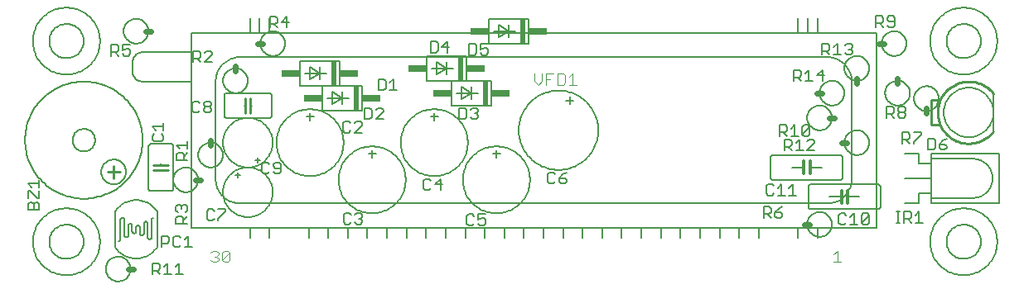
<source format=gto>
G75*
G70*
%OFA0B0*%
%FSLAX24Y24*%
%IPPOS*%
%LPD*%
%AMOC8*
5,1,8,0,0,1.08239X$1,22.5*
%
%ADD10C,0.0060*%
%ADD11C,0.0050*%
%ADD12C,0.0100*%
%ADD13C,0.0240*%
%ADD14C,0.0080*%
%ADD15R,0.0200X0.1000*%
%ADD16R,0.0750X0.0300*%
%ADD17C,0.0120*%
%ADD18C,0.0040*%
D10*
X003460Y000760D02*
X003462Y000804D01*
X003468Y000848D01*
X003478Y000891D01*
X003491Y000933D01*
X003508Y000974D01*
X003529Y001013D01*
X003553Y001050D01*
X003580Y001085D01*
X003610Y001117D01*
X003643Y001147D01*
X003679Y001173D01*
X003716Y001197D01*
X003756Y001216D01*
X003797Y001233D01*
X003840Y001245D01*
X003883Y001254D01*
X003927Y001259D01*
X003971Y001260D01*
X004015Y001257D01*
X004059Y001250D01*
X004102Y001239D01*
X004144Y001225D01*
X004184Y001207D01*
X004223Y001185D01*
X004259Y001161D01*
X004293Y001133D01*
X004325Y001102D01*
X004354Y001068D01*
X004380Y001032D01*
X004402Y000994D01*
X004421Y000954D01*
X004436Y000912D01*
X004448Y000870D01*
X004456Y000826D01*
X004460Y000782D01*
X004460Y000738D01*
X004456Y000694D01*
X004448Y000650D01*
X004436Y000608D01*
X004421Y000566D01*
X004402Y000526D01*
X004380Y000488D01*
X004354Y000452D01*
X004325Y000418D01*
X004293Y000387D01*
X004259Y000359D01*
X004223Y000335D01*
X004184Y000313D01*
X004144Y000295D01*
X004102Y000281D01*
X004059Y000270D01*
X004015Y000263D01*
X003971Y000260D01*
X003927Y000261D01*
X003883Y000266D01*
X003840Y000275D01*
X003797Y000287D01*
X003756Y000304D01*
X003716Y000323D01*
X003679Y000347D01*
X003643Y000373D01*
X003610Y000403D01*
X003580Y000435D01*
X003553Y000470D01*
X003529Y000507D01*
X003508Y000546D01*
X003491Y000587D01*
X003478Y000629D01*
X003468Y000672D01*
X003462Y000716D01*
X003460Y000760D01*
X000530Y001860D02*
X000532Y001933D01*
X000538Y002006D01*
X000548Y002078D01*
X000562Y002150D01*
X000579Y002221D01*
X000601Y002291D01*
X000626Y002360D01*
X000655Y002427D01*
X000687Y002492D01*
X000723Y002556D01*
X000763Y002618D01*
X000805Y002677D01*
X000851Y002734D01*
X000900Y002788D01*
X000952Y002840D01*
X001006Y002889D01*
X001063Y002935D01*
X001122Y002977D01*
X001184Y003017D01*
X001248Y003053D01*
X001313Y003085D01*
X001380Y003114D01*
X001449Y003139D01*
X001519Y003161D01*
X001590Y003178D01*
X001662Y003192D01*
X001734Y003202D01*
X001807Y003208D01*
X001880Y003210D01*
X001953Y003208D01*
X002026Y003202D01*
X002098Y003192D01*
X002170Y003178D01*
X002241Y003161D01*
X002311Y003139D01*
X002380Y003114D01*
X002447Y003085D01*
X002512Y003053D01*
X002576Y003017D01*
X002638Y002977D01*
X002697Y002935D01*
X002754Y002889D01*
X002808Y002840D01*
X002860Y002788D01*
X002909Y002734D01*
X002955Y002677D01*
X002997Y002618D01*
X003037Y002556D01*
X003073Y002492D01*
X003105Y002427D01*
X003134Y002360D01*
X003159Y002291D01*
X003181Y002221D01*
X003198Y002150D01*
X003212Y002078D01*
X003222Y002006D01*
X003228Y001933D01*
X003230Y001860D01*
X003228Y001787D01*
X003222Y001714D01*
X003212Y001642D01*
X003198Y001570D01*
X003181Y001499D01*
X003159Y001429D01*
X003134Y001360D01*
X003105Y001293D01*
X003073Y001228D01*
X003037Y001164D01*
X002997Y001102D01*
X002955Y001043D01*
X002909Y000986D01*
X002860Y000932D01*
X002808Y000880D01*
X002754Y000831D01*
X002697Y000785D01*
X002638Y000743D01*
X002576Y000703D01*
X002512Y000667D01*
X002447Y000635D01*
X002380Y000606D01*
X002311Y000581D01*
X002241Y000559D01*
X002170Y000542D01*
X002098Y000528D01*
X002026Y000518D01*
X001953Y000512D01*
X001880Y000510D01*
X001807Y000512D01*
X001734Y000518D01*
X001662Y000528D01*
X001590Y000542D01*
X001519Y000559D01*
X001449Y000581D01*
X001380Y000606D01*
X001313Y000635D01*
X001248Y000667D01*
X001184Y000703D01*
X001122Y000743D01*
X001063Y000785D01*
X001006Y000831D01*
X000952Y000880D01*
X000900Y000932D01*
X000851Y000986D01*
X000805Y001043D01*
X000763Y001102D01*
X000723Y001164D01*
X000687Y001228D01*
X000655Y001293D01*
X000626Y001360D01*
X000601Y001429D01*
X000579Y001499D01*
X000562Y001570D01*
X000548Y001642D01*
X000538Y001714D01*
X000532Y001787D01*
X000530Y001860D01*
X003971Y001887D02*
X003986Y001889D01*
X004001Y001893D01*
X004015Y001900D01*
X004027Y001910D01*
X004037Y001922D01*
X004044Y001936D01*
X004048Y001951D01*
X004050Y001966D01*
X004050Y002754D01*
X004052Y002770D01*
X004057Y002786D01*
X004065Y002800D01*
X004076Y002813D01*
X004089Y002822D01*
X004105Y002829D01*
X004121Y002833D01*
X004137Y002833D01*
X004153Y002829D01*
X004169Y002822D01*
X004182Y002813D01*
X004193Y002800D01*
X004201Y002786D01*
X004206Y002770D01*
X004208Y002754D01*
X004208Y002124D01*
X004207Y002124D02*
X004209Y002108D01*
X004214Y002092D01*
X004222Y002078D01*
X004233Y002065D01*
X004246Y002056D01*
X004262Y002049D01*
X004278Y002045D01*
X004294Y002045D01*
X004310Y002049D01*
X004326Y002056D01*
X004339Y002065D01*
X004350Y002078D01*
X004358Y002092D01*
X004363Y002108D01*
X004365Y002124D01*
X004365Y002517D01*
X004367Y002533D01*
X004372Y002549D01*
X004380Y002563D01*
X004391Y002576D01*
X004404Y002585D01*
X004420Y002592D01*
X004436Y002596D01*
X004452Y002596D01*
X004468Y002592D01*
X004484Y002585D01*
X004497Y002576D01*
X004508Y002563D01*
X004516Y002549D01*
X004521Y002533D01*
X004523Y002517D01*
X004523Y002281D01*
X004522Y002281D02*
X004524Y002265D01*
X004529Y002249D01*
X004537Y002235D01*
X004548Y002222D01*
X004561Y002213D01*
X004577Y002206D01*
X004593Y002202D01*
X004609Y002202D01*
X004625Y002206D01*
X004641Y002213D01*
X004654Y002222D01*
X004665Y002235D01*
X004673Y002249D01*
X004678Y002265D01*
X004680Y002281D01*
X004680Y002439D01*
X004682Y002455D01*
X004687Y002471D01*
X004695Y002485D01*
X004706Y002498D01*
X004719Y002507D01*
X004735Y002514D01*
X004751Y002518D01*
X004767Y002518D01*
X004783Y002514D01*
X004799Y002507D01*
X004812Y002498D01*
X004823Y002485D01*
X004831Y002471D01*
X004836Y002455D01*
X004838Y002439D01*
X004837Y002439D02*
X004837Y002203D01*
X004839Y002187D01*
X004844Y002171D01*
X004852Y002157D01*
X004863Y002144D01*
X004876Y002135D01*
X004892Y002128D01*
X004908Y002124D01*
X004924Y002124D01*
X004940Y002128D01*
X004956Y002135D01*
X004969Y002144D01*
X004980Y002157D01*
X004988Y002171D01*
X004993Y002187D01*
X004995Y002203D01*
X004995Y002596D01*
X004997Y002612D01*
X005002Y002628D01*
X005010Y002642D01*
X005021Y002655D01*
X005034Y002664D01*
X005050Y002671D01*
X005066Y002675D01*
X005082Y002675D01*
X005098Y002671D01*
X005114Y002664D01*
X005127Y002655D01*
X005138Y002642D01*
X005146Y002628D01*
X005151Y002612D01*
X005153Y002596D01*
X005152Y002596D02*
X005152Y002045D01*
X005154Y002029D01*
X005159Y002013D01*
X005167Y001999D01*
X005178Y001986D01*
X005191Y001977D01*
X005207Y001970D01*
X005223Y001966D01*
X005239Y001966D01*
X005255Y001970D01*
X005271Y001977D01*
X005284Y001986D01*
X005295Y001999D01*
X005303Y002013D01*
X005308Y002029D01*
X005310Y002045D01*
X005310Y002754D01*
X005312Y002769D01*
X005316Y002784D01*
X005323Y002798D01*
X005333Y002810D01*
X005345Y002820D01*
X005359Y002827D01*
X005374Y002831D01*
X005389Y002833D01*
X006900Y002423D02*
X006900Y008329D01*
X004932Y008329D01*
X004932Y008328D02*
X004893Y008330D01*
X004855Y008336D01*
X004818Y008345D01*
X004781Y008358D01*
X004746Y008375D01*
X004713Y008394D01*
X004682Y008417D01*
X004653Y008443D01*
X004627Y008472D01*
X004604Y008503D01*
X004585Y008536D01*
X004568Y008571D01*
X004555Y008608D01*
X004546Y008645D01*
X004540Y008683D01*
X004538Y008722D01*
X004538Y009069D01*
X004538Y009070D02*
X004537Y009108D01*
X004540Y009147D01*
X004547Y009185D01*
X004557Y009222D01*
X004571Y009258D01*
X004588Y009293D01*
X004608Y009326D01*
X004631Y009357D01*
X004657Y009386D01*
X004685Y009412D01*
X004716Y009436D01*
X004748Y009456D01*
X004783Y009474D01*
X004818Y009488D01*
X004855Y009499D01*
X004893Y009506D01*
X004932Y009510D01*
X006900Y009510D01*
X006900Y010297D01*
X009263Y010297D01*
X009263Y010888D01*
X009656Y010888D02*
X009656Y010297D01*
X009263Y010297D01*
X009656Y010297D02*
X010050Y010297D01*
X010050Y010888D01*
X010050Y010297D02*
X031310Y010297D01*
X031310Y010888D01*
X031704Y010888D02*
X031704Y010297D01*
X031310Y010297D01*
X031704Y010297D02*
X032097Y010297D01*
X032097Y010888D01*
X032097Y010297D02*
X034460Y010297D01*
X034460Y002423D01*
X033082Y002423D01*
X032097Y002423D01*
X032097Y002029D01*
X031310Y002029D02*
X031310Y002423D01*
X031113Y002423D01*
X030129Y002423D01*
X029735Y002423D01*
X029735Y002029D01*
X028948Y002029D02*
X028948Y002423D01*
X028160Y002423D01*
X028160Y002029D01*
X027373Y002029D02*
X027373Y002423D01*
X027176Y002423D01*
X026586Y002423D01*
X026586Y002029D01*
X025798Y002029D02*
X025798Y002423D01*
X025208Y002423D01*
X025011Y002423D01*
X025011Y002029D01*
X024223Y002029D02*
X024223Y002423D01*
X023436Y002423D01*
X023436Y002029D01*
X022649Y002029D02*
X022649Y002423D01*
X022255Y002423D01*
X021861Y002423D01*
X021861Y002029D01*
X021074Y002029D02*
X021074Y002423D01*
X020286Y002423D01*
X020286Y002029D01*
X019499Y002029D02*
X019499Y002423D01*
X019302Y002423D01*
X018711Y002423D01*
X018711Y002029D01*
X017924Y002029D02*
X017924Y002423D01*
X017334Y002423D01*
X017137Y002423D01*
X017137Y002029D01*
X016349Y002029D02*
X016349Y002423D01*
X015562Y002423D01*
X015562Y002029D01*
X014774Y002029D02*
X014774Y002423D01*
X014381Y002423D01*
X013987Y002423D01*
X013987Y002029D01*
X013200Y002029D02*
X013200Y002423D01*
X012412Y002423D01*
X012412Y002029D01*
X011625Y002029D02*
X011625Y002423D01*
X011428Y002423D01*
X010444Y002423D01*
X010050Y002423D01*
X010050Y002029D01*
X009263Y002029D02*
X009263Y002423D01*
X008475Y002423D01*
X006900Y002423D01*
X009263Y002423D02*
X009460Y002423D01*
X010050Y002423D01*
X011625Y002423D02*
X012412Y002423D01*
X013200Y002423D02*
X013397Y002423D01*
X013987Y002423D01*
X014774Y002423D02*
X015365Y002423D01*
X015562Y002423D01*
X016349Y002423D02*
X017137Y002423D01*
X017924Y002423D02*
X018318Y002423D01*
X018711Y002423D01*
X019499Y002423D02*
X020286Y002423D01*
X021074Y002423D02*
X021271Y002423D01*
X021861Y002423D01*
X022649Y002423D02*
X023239Y002423D01*
X023436Y002423D01*
X024223Y002423D02*
X025011Y002423D01*
X025798Y002423D02*
X026192Y002423D01*
X026586Y002423D01*
X027373Y002423D02*
X028160Y002423D01*
X028948Y002423D02*
X029145Y002423D01*
X029735Y002423D01*
X031310Y002423D02*
X032097Y002423D01*
X031680Y002560D02*
X031682Y002604D01*
X031688Y002648D01*
X031698Y002691D01*
X031711Y002733D01*
X031728Y002774D01*
X031749Y002813D01*
X031773Y002850D01*
X031800Y002885D01*
X031830Y002917D01*
X031863Y002947D01*
X031899Y002973D01*
X031936Y002997D01*
X031976Y003016D01*
X032017Y003033D01*
X032060Y003045D01*
X032103Y003054D01*
X032147Y003059D01*
X032191Y003060D01*
X032235Y003057D01*
X032279Y003050D01*
X032322Y003039D01*
X032364Y003025D01*
X032404Y003007D01*
X032443Y002985D01*
X032479Y002961D01*
X032513Y002933D01*
X032545Y002902D01*
X032574Y002868D01*
X032600Y002832D01*
X032622Y002794D01*
X032641Y002754D01*
X032656Y002712D01*
X032668Y002670D01*
X032676Y002626D01*
X032680Y002582D01*
X032680Y002538D01*
X032676Y002494D01*
X032668Y002450D01*
X032656Y002408D01*
X032641Y002366D01*
X032622Y002326D01*
X032600Y002288D01*
X032574Y002252D01*
X032545Y002218D01*
X032513Y002187D01*
X032479Y002159D01*
X032443Y002135D01*
X032404Y002113D01*
X032364Y002095D01*
X032322Y002081D01*
X032279Y002070D01*
X032235Y002063D01*
X032191Y002060D01*
X032147Y002061D01*
X032103Y002066D01*
X032060Y002075D01*
X032017Y002087D01*
X031976Y002104D01*
X031936Y002123D01*
X031899Y002147D01*
X031863Y002173D01*
X031830Y002203D01*
X031800Y002235D01*
X031773Y002270D01*
X031749Y002307D01*
X031728Y002346D01*
X031711Y002387D01*
X031698Y002429D01*
X031688Y002472D01*
X031682Y002516D01*
X031680Y002560D01*
X031830Y003180D02*
X034530Y003180D01*
X034547Y003182D01*
X034564Y003186D01*
X034580Y003193D01*
X034594Y003203D01*
X034607Y003216D01*
X034617Y003230D01*
X034624Y003246D01*
X034628Y003263D01*
X034630Y003280D01*
X034630Y004080D01*
X034628Y004097D01*
X034624Y004114D01*
X034617Y004130D01*
X034607Y004144D01*
X034594Y004157D01*
X034580Y004167D01*
X034564Y004174D01*
X034547Y004178D01*
X034530Y004180D01*
X031830Y004180D01*
X031813Y004178D01*
X031796Y004174D01*
X031780Y004167D01*
X031766Y004157D01*
X031753Y004144D01*
X031743Y004130D01*
X031736Y004114D01*
X031732Y004097D01*
X031730Y004080D01*
X031730Y003280D01*
X031732Y003263D01*
X031736Y003246D01*
X031743Y003230D01*
X031753Y003216D01*
X031766Y003203D01*
X031780Y003193D01*
X031796Y003186D01*
X031813Y003182D01*
X031830Y003180D01*
X032491Y003407D02*
X008869Y003407D01*
X008180Y003860D02*
X008182Y003923D01*
X008188Y003985D01*
X008198Y004047D01*
X008211Y004109D01*
X008229Y004169D01*
X008250Y004228D01*
X008275Y004286D01*
X008304Y004342D01*
X008336Y004396D01*
X008371Y004448D01*
X008409Y004497D01*
X008451Y004545D01*
X008495Y004589D01*
X008543Y004631D01*
X008592Y004669D01*
X008644Y004704D01*
X008698Y004736D01*
X008754Y004765D01*
X008812Y004790D01*
X008871Y004811D01*
X008931Y004829D01*
X008993Y004842D01*
X009055Y004852D01*
X009117Y004858D01*
X009180Y004860D01*
X009243Y004858D01*
X009305Y004852D01*
X009367Y004842D01*
X009429Y004829D01*
X009489Y004811D01*
X009548Y004790D01*
X009606Y004765D01*
X009662Y004736D01*
X009716Y004704D01*
X009768Y004669D01*
X009817Y004631D01*
X009865Y004589D01*
X009909Y004545D01*
X009951Y004497D01*
X009989Y004448D01*
X010024Y004396D01*
X010056Y004342D01*
X010085Y004286D01*
X010110Y004228D01*
X010131Y004169D01*
X010149Y004109D01*
X010162Y004047D01*
X010172Y003985D01*
X010178Y003923D01*
X010180Y003860D01*
X010178Y003797D01*
X010172Y003735D01*
X010162Y003673D01*
X010149Y003611D01*
X010131Y003551D01*
X010110Y003492D01*
X010085Y003434D01*
X010056Y003378D01*
X010024Y003324D01*
X009989Y003272D01*
X009951Y003223D01*
X009909Y003175D01*
X009865Y003131D01*
X009817Y003089D01*
X009768Y003051D01*
X009716Y003016D01*
X009662Y002984D01*
X009606Y002955D01*
X009548Y002930D01*
X009489Y002909D01*
X009429Y002891D01*
X009367Y002878D01*
X009305Y002868D01*
X009243Y002862D01*
X009180Y002860D01*
X009117Y002862D01*
X009055Y002868D01*
X008993Y002878D01*
X008931Y002891D01*
X008871Y002909D01*
X008812Y002930D01*
X008754Y002955D01*
X008698Y002984D01*
X008644Y003016D01*
X008592Y003051D01*
X008543Y003089D01*
X008495Y003131D01*
X008451Y003175D01*
X008409Y003223D01*
X008371Y003272D01*
X008336Y003324D01*
X008304Y003378D01*
X008275Y003434D01*
X008250Y003492D01*
X008229Y003551D01*
X008211Y003611D01*
X008198Y003673D01*
X008188Y003735D01*
X008182Y003797D01*
X008180Y003860D01*
X007885Y004391D02*
X007885Y008329D01*
X008180Y008360D02*
X008182Y008404D01*
X008188Y008448D01*
X008198Y008491D01*
X008211Y008533D01*
X008228Y008574D01*
X008249Y008613D01*
X008273Y008650D01*
X008300Y008685D01*
X008330Y008717D01*
X008363Y008747D01*
X008399Y008773D01*
X008436Y008797D01*
X008476Y008816D01*
X008517Y008833D01*
X008560Y008845D01*
X008603Y008854D01*
X008647Y008859D01*
X008691Y008860D01*
X008735Y008857D01*
X008779Y008850D01*
X008822Y008839D01*
X008864Y008825D01*
X008904Y008807D01*
X008943Y008785D01*
X008979Y008761D01*
X009013Y008733D01*
X009045Y008702D01*
X009074Y008668D01*
X009100Y008632D01*
X009122Y008594D01*
X009141Y008554D01*
X009156Y008512D01*
X009168Y008470D01*
X009176Y008426D01*
X009180Y008382D01*
X009180Y008338D01*
X009176Y008294D01*
X009168Y008250D01*
X009156Y008208D01*
X009141Y008166D01*
X009122Y008126D01*
X009100Y008088D01*
X009074Y008052D01*
X009045Y008018D01*
X009013Y007987D01*
X008979Y007959D01*
X008943Y007935D01*
X008904Y007913D01*
X008864Y007895D01*
X008822Y007881D01*
X008779Y007870D01*
X008735Y007863D01*
X008691Y007860D01*
X008647Y007861D01*
X008603Y007866D01*
X008560Y007875D01*
X008517Y007887D01*
X008476Y007904D01*
X008436Y007923D01*
X008399Y007947D01*
X008363Y007973D01*
X008330Y008003D01*
X008300Y008035D01*
X008273Y008070D01*
X008249Y008107D01*
X008228Y008146D01*
X008211Y008187D01*
X008198Y008229D01*
X008188Y008272D01*
X008182Y008316D01*
X008180Y008360D01*
X007885Y008329D02*
X007887Y008391D01*
X007893Y008452D01*
X007902Y008513D01*
X007916Y008574D01*
X007933Y008633D01*
X007954Y008691D01*
X007979Y008748D01*
X008007Y008803D01*
X008038Y008856D01*
X008073Y008907D01*
X008111Y008956D01*
X008152Y009003D01*
X008195Y009046D01*
X008242Y009087D01*
X008291Y009125D01*
X008342Y009160D01*
X008395Y009191D01*
X008450Y009219D01*
X008507Y009244D01*
X008565Y009265D01*
X008624Y009282D01*
X008685Y009296D01*
X008746Y009305D01*
X008807Y009311D01*
X008869Y009313D01*
X032491Y009313D01*
X033180Y008860D02*
X033182Y008904D01*
X033188Y008948D01*
X033198Y008991D01*
X033211Y009033D01*
X033228Y009074D01*
X033249Y009113D01*
X033273Y009150D01*
X033300Y009185D01*
X033330Y009217D01*
X033363Y009247D01*
X033399Y009273D01*
X033436Y009297D01*
X033476Y009316D01*
X033517Y009333D01*
X033560Y009345D01*
X033603Y009354D01*
X033647Y009359D01*
X033691Y009360D01*
X033735Y009357D01*
X033779Y009350D01*
X033822Y009339D01*
X033864Y009325D01*
X033904Y009307D01*
X033943Y009285D01*
X033979Y009261D01*
X034013Y009233D01*
X034045Y009202D01*
X034074Y009168D01*
X034100Y009132D01*
X034122Y009094D01*
X034141Y009054D01*
X034156Y009012D01*
X034168Y008970D01*
X034176Y008926D01*
X034180Y008882D01*
X034180Y008838D01*
X034176Y008794D01*
X034168Y008750D01*
X034156Y008708D01*
X034141Y008666D01*
X034122Y008626D01*
X034100Y008588D01*
X034074Y008552D01*
X034045Y008518D01*
X034013Y008487D01*
X033979Y008459D01*
X033943Y008435D01*
X033904Y008413D01*
X033864Y008395D01*
X033822Y008381D01*
X033779Y008370D01*
X033735Y008363D01*
X033691Y008360D01*
X033647Y008361D01*
X033603Y008366D01*
X033560Y008375D01*
X033517Y008387D01*
X033476Y008404D01*
X033436Y008423D01*
X033399Y008447D01*
X033363Y008473D01*
X033330Y008503D01*
X033300Y008535D01*
X033273Y008570D01*
X033249Y008607D01*
X033228Y008646D01*
X033211Y008687D01*
X033198Y008729D01*
X033188Y008772D01*
X033182Y008816D01*
X033180Y008860D01*
X033475Y008329D02*
X033475Y004391D01*
X033110Y004460D02*
X033110Y005260D01*
X033108Y005277D01*
X033104Y005294D01*
X033097Y005310D01*
X033087Y005324D01*
X033074Y005337D01*
X033060Y005347D01*
X033044Y005354D01*
X033027Y005358D01*
X033010Y005360D01*
X030310Y005360D01*
X030293Y005358D01*
X030276Y005354D01*
X030260Y005347D01*
X030246Y005337D01*
X030233Y005324D01*
X030223Y005310D01*
X030216Y005294D01*
X030212Y005277D01*
X030210Y005260D01*
X030210Y004460D01*
X030212Y004443D01*
X030216Y004426D01*
X030223Y004410D01*
X030233Y004396D01*
X030246Y004383D01*
X030260Y004373D01*
X030276Y004366D01*
X030293Y004362D01*
X030310Y004360D01*
X033010Y004360D01*
X033027Y004362D01*
X033044Y004366D01*
X033060Y004373D01*
X033074Y004383D01*
X033087Y004396D01*
X033097Y004410D01*
X033104Y004426D01*
X033108Y004443D01*
X033110Y004460D01*
X033475Y004391D02*
X033473Y004329D01*
X033467Y004268D01*
X033458Y004207D01*
X033444Y004146D01*
X033427Y004087D01*
X033406Y004029D01*
X033381Y003972D01*
X033353Y003917D01*
X033322Y003864D01*
X033287Y003813D01*
X033249Y003764D01*
X033208Y003717D01*
X033165Y003674D01*
X033118Y003633D01*
X033069Y003595D01*
X033018Y003560D01*
X032965Y003529D01*
X032910Y003501D01*
X032853Y003476D01*
X032795Y003455D01*
X032736Y003438D01*
X032675Y003424D01*
X032614Y003415D01*
X032553Y003409D01*
X032491Y003407D01*
X032580Y003680D02*
X033060Y003680D01*
X033310Y003680D02*
X033780Y003680D01*
X032260Y004860D02*
X031790Y004860D01*
X031540Y004860D02*
X031060Y004860D01*
X033180Y005860D02*
X033182Y005904D01*
X033188Y005948D01*
X033198Y005991D01*
X033211Y006033D01*
X033228Y006074D01*
X033249Y006113D01*
X033273Y006150D01*
X033300Y006185D01*
X033330Y006217D01*
X033363Y006247D01*
X033399Y006273D01*
X033436Y006297D01*
X033476Y006316D01*
X033517Y006333D01*
X033560Y006345D01*
X033603Y006354D01*
X033647Y006359D01*
X033691Y006360D01*
X033735Y006357D01*
X033779Y006350D01*
X033822Y006339D01*
X033864Y006325D01*
X033904Y006307D01*
X033943Y006285D01*
X033979Y006261D01*
X034013Y006233D01*
X034045Y006202D01*
X034074Y006168D01*
X034100Y006132D01*
X034122Y006094D01*
X034141Y006054D01*
X034156Y006012D01*
X034168Y005970D01*
X034176Y005926D01*
X034180Y005882D01*
X034180Y005838D01*
X034176Y005794D01*
X034168Y005750D01*
X034156Y005708D01*
X034141Y005666D01*
X034122Y005626D01*
X034100Y005588D01*
X034074Y005552D01*
X034045Y005518D01*
X034013Y005487D01*
X033979Y005459D01*
X033943Y005435D01*
X033904Y005413D01*
X033864Y005395D01*
X033822Y005381D01*
X033779Y005370D01*
X033735Y005363D01*
X033691Y005360D01*
X033647Y005361D01*
X033603Y005366D01*
X033560Y005375D01*
X033517Y005387D01*
X033476Y005404D01*
X033436Y005423D01*
X033399Y005447D01*
X033363Y005473D01*
X033330Y005503D01*
X033300Y005535D01*
X033273Y005570D01*
X033249Y005607D01*
X033228Y005646D01*
X033211Y005687D01*
X033198Y005729D01*
X033188Y005772D01*
X033182Y005816D01*
X033180Y005860D01*
X031680Y006860D02*
X031682Y006904D01*
X031688Y006948D01*
X031698Y006991D01*
X031711Y007033D01*
X031728Y007074D01*
X031749Y007113D01*
X031773Y007150D01*
X031800Y007185D01*
X031830Y007217D01*
X031863Y007247D01*
X031899Y007273D01*
X031936Y007297D01*
X031976Y007316D01*
X032017Y007333D01*
X032060Y007345D01*
X032103Y007354D01*
X032147Y007359D01*
X032191Y007360D01*
X032235Y007357D01*
X032279Y007350D01*
X032322Y007339D01*
X032364Y007325D01*
X032404Y007307D01*
X032443Y007285D01*
X032479Y007261D01*
X032513Y007233D01*
X032545Y007202D01*
X032574Y007168D01*
X032600Y007132D01*
X032622Y007094D01*
X032641Y007054D01*
X032656Y007012D01*
X032668Y006970D01*
X032676Y006926D01*
X032680Y006882D01*
X032680Y006838D01*
X032676Y006794D01*
X032668Y006750D01*
X032656Y006708D01*
X032641Y006666D01*
X032622Y006626D01*
X032600Y006588D01*
X032574Y006552D01*
X032545Y006518D01*
X032513Y006487D01*
X032479Y006459D01*
X032443Y006435D01*
X032404Y006413D01*
X032364Y006395D01*
X032322Y006381D01*
X032279Y006370D01*
X032235Y006363D01*
X032191Y006360D01*
X032147Y006361D01*
X032103Y006366D01*
X032060Y006375D01*
X032017Y006387D01*
X031976Y006404D01*
X031936Y006423D01*
X031899Y006447D01*
X031863Y006473D01*
X031830Y006503D01*
X031800Y006535D01*
X031773Y006570D01*
X031749Y006607D01*
X031728Y006646D01*
X031711Y006687D01*
X031698Y006729D01*
X031688Y006772D01*
X031682Y006816D01*
X031680Y006860D01*
X032180Y007860D02*
X032182Y007904D01*
X032188Y007948D01*
X032198Y007991D01*
X032211Y008033D01*
X032228Y008074D01*
X032249Y008113D01*
X032273Y008150D01*
X032300Y008185D01*
X032330Y008217D01*
X032363Y008247D01*
X032399Y008273D01*
X032436Y008297D01*
X032476Y008316D01*
X032517Y008333D01*
X032560Y008345D01*
X032603Y008354D01*
X032647Y008359D01*
X032691Y008360D01*
X032735Y008357D01*
X032779Y008350D01*
X032822Y008339D01*
X032864Y008325D01*
X032904Y008307D01*
X032943Y008285D01*
X032979Y008261D01*
X033013Y008233D01*
X033045Y008202D01*
X033074Y008168D01*
X033100Y008132D01*
X033122Y008094D01*
X033141Y008054D01*
X033156Y008012D01*
X033168Y007970D01*
X033176Y007926D01*
X033180Y007882D01*
X033180Y007838D01*
X033176Y007794D01*
X033168Y007750D01*
X033156Y007708D01*
X033141Y007666D01*
X033122Y007626D01*
X033100Y007588D01*
X033074Y007552D01*
X033045Y007518D01*
X033013Y007487D01*
X032979Y007459D01*
X032943Y007435D01*
X032904Y007413D01*
X032864Y007395D01*
X032822Y007381D01*
X032779Y007370D01*
X032735Y007363D01*
X032691Y007360D01*
X032647Y007361D01*
X032603Y007366D01*
X032560Y007375D01*
X032517Y007387D01*
X032476Y007404D01*
X032436Y007423D01*
X032399Y007447D01*
X032363Y007473D01*
X032330Y007503D01*
X032300Y007535D01*
X032273Y007570D01*
X032249Y007607D01*
X032228Y007646D01*
X032211Y007687D01*
X032198Y007729D01*
X032188Y007772D01*
X032182Y007816D01*
X032180Y007860D01*
X033475Y008329D02*
X033473Y008391D01*
X033467Y008452D01*
X033458Y008513D01*
X033444Y008574D01*
X033427Y008633D01*
X033406Y008691D01*
X033381Y008748D01*
X033353Y008803D01*
X033322Y008856D01*
X033287Y008907D01*
X033249Y008956D01*
X033208Y009003D01*
X033165Y009046D01*
X033118Y009087D01*
X033069Y009125D01*
X033018Y009160D01*
X032965Y009191D01*
X032910Y009219D01*
X032853Y009244D01*
X032795Y009265D01*
X032736Y009282D01*
X032675Y009296D01*
X032614Y009305D01*
X032553Y009311D01*
X032491Y009313D01*
X034680Y009860D02*
X034682Y009904D01*
X034688Y009948D01*
X034698Y009991D01*
X034711Y010033D01*
X034728Y010074D01*
X034749Y010113D01*
X034773Y010150D01*
X034800Y010185D01*
X034830Y010217D01*
X034863Y010247D01*
X034899Y010273D01*
X034936Y010297D01*
X034976Y010316D01*
X035017Y010333D01*
X035060Y010345D01*
X035103Y010354D01*
X035147Y010359D01*
X035191Y010360D01*
X035235Y010357D01*
X035279Y010350D01*
X035322Y010339D01*
X035364Y010325D01*
X035404Y010307D01*
X035443Y010285D01*
X035479Y010261D01*
X035513Y010233D01*
X035545Y010202D01*
X035574Y010168D01*
X035600Y010132D01*
X035622Y010094D01*
X035641Y010054D01*
X035656Y010012D01*
X035668Y009970D01*
X035676Y009926D01*
X035680Y009882D01*
X035680Y009838D01*
X035676Y009794D01*
X035668Y009750D01*
X035656Y009708D01*
X035641Y009666D01*
X035622Y009626D01*
X035600Y009588D01*
X035574Y009552D01*
X035545Y009518D01*
X035513Y009487D01*
X035479Y009459D01*
X035443Y009435D01*
X035404Y009413D01*
X035364Y009395D01*
X035322Y009381D01*
X035279Y009370D01*
X035235Y009363D01*
X035191Y009360D01*
X035147Y009361D01*
X035103Y009366D01*
X035060Y009375D01*
X035017Y009387D01*
X034976Y009404D01*
X034936Y009423D01*
X034899Y009447D01*
X034863Y009473D01*
X034830Y009503D01*
X034800Y009535D01*
X034773Y009570D01*
X034749Y009607D01*
X034728Y009646D01*
X034711Y009687D01*
X034698Y009729D01*
X034688Y009772D01*
X034682Y009816D01*
X034680Y009860D01*
X036630Y009960D02*
X036632Y010033D01*
X036638Y010106D01*
X036648Y010178D01*
X036662Y010250D01*
X036679Y010321D01*
X036701Y010391D01*
X036726Y010460D01*
X036755Y010527D01*
X036787Y010592D01*
X036823Y010656D01*
X036863Y010718D01*
X036905Y010777D01*
X036951Y010834D01*
X037000Y010888D01*
X037052Y010940D01*
X037106Y010989D01*
X037163Y011035D01*
X037222Y011077D01*
X037284Y011117D01*
X037348Y011153D01*
X037413Y011185D01*
X037480Y011214D01*
X037549Y011239D01*
X037619Y011261D01*
X037690Y011278D01*
X037762Y011292D01*
X037834Y011302D01*
X037907Y011308D01*
X037980Y011310D01*
X038053Y011308D01*
X038126Y011302D01*
X038198Y011292D01*
X038270Y011278D01*
X038341Y011261D01*
X038411Y011239D01*
X038480Y011214D01*
X038547Y011185D01*
X038612Y011153D01*
X038676Y011117D01*
X038738Y011077D01*
X038797Y011035D01*
X038854Y010989D01*
X038908Y010940D01*
X038960Y010888D01*
X039009Y010834D01*
X039055Y010777D01*
X039097Y010718D01*
X039137Y010656D01*
X039173Y010592D01*
X039205Y010527D01*
X039234Y010460D01*
X039259Y010391D01*
X039281Y010321D01*
X039298Y010250D01*
X039312Y010178D01*
X039322Y010106D01*
X039328Y010033D01*
X039330Y009960D01*
X039328Y009887D01*
X039322Y009814D01*
X039312Y009742D01*
X039298Y009670D01*
X039281Y009599D01*
X039259Y009529D01*
X039234Y009460D01*
X039205Y009393D01*
X039173Y009328D01*
X039137Y009264D01*
X039097Y009202D01*
X039055Y009143D01*
X039009Y009086D01*
X038960Y009032D01*
X038908Y008980D01*
X038854Y008931D01*
X038797Y008885D01*
X038738Y008843D01*
X038676Y008803D01*
X038612Y008767D01*
X038547Y008735D01*
X038480Y008706D01*
X038411Y008681D01*
X038341Y008659D01*
X038270Y008642D01*
X038198Y008628D01*
X038126Y008618D01*
X038053Y008612D01*
X037980Y008610D01*
X037907Y008612D01*
X037834Y008618D01*
X037762Y008628D01*
X037690Y008642D01*
X037619Y008659D01*
X037549Y008681D01*
X037480Y008706D01*
X037413Y008735D01*
X037348Y008767D01*
X037284Y008803D01*
X037222Y008843D01*
X037163Y008885D01*
X037106Y008931D01*
X037052Y008980D01*
X037000Y009032D01*
X036951Y009086D01*
X036905Y009143D01*
X036863Y009202D01*
X036823Y009264D01*
X036787Y009328D01*
X036755Y009393D01*
X036726Y009460D01*
X036701Y009529D01*
X036679Y009599D01*
X036662Y009670D01*
X036648Y009742D01*
X036638Y009814D01*
X036632Y009887D01*
X036630Y009960D01*
X034820Y007860D02*
X034822Y007904D01*
X034828Y007948D01*
X034838Y007991D01*
X034851Y008033D01*
X034868Y008074D01*
X034889Y008113D01*
X034913Y008150D01*
X034940Y008185D01*
X034970Y008217D01*
X035003Y008247D01*
X035039Y008273D01*
X035076Y008297D01*
X035116Y008316D01*
X035157Y008333D01*
X035200Y008345D01*
X035243Y008354D01*
X035287Y008359D01*
X035331Y008360D01*
X035375Y008357D01*
X035419Y008350D01*
X035462Y008339D01*
X035504Y008325D01*
X035544Y008307D01*
X035583Y008285D01*
X035619Y008261D01*
X035653Y008233D01*
X035685Y008202D01*
X035714Y008168D01*
X035740Y008132D01*
X035762Y008094D01*
X035781Y008054D01*
X035796Y008012D01*
X035808Y007970D01*
X035816Y007926D01*
X035820Y007882D01*
X035820Y007838D01*
X035816Y007794D01*
X035808Y007750D01*
X035796Y007708D01*
X035781Y007666D01*
X035762Y007626D01*
X035740Y007588D01*
X035714Y007552D01*
X035685Y007518D01*
X035653Y007487D01*
X035619Y007459D01*
X035583Y007435D01*
X035544Y007413D01*
X035504Y007395D01*
X035462Y007381D01*
X035419Y007370D01*
X035375Y007363D01*
X035331Y007360D01*
X035287Y007361D01*
X035243Y007366D01*
X035200Y007375D01*
X035157Y007387D01*
X035116Y007404D01*
X035076Y007423D01*
X035039Y007447D01*
X035003Y007473D01*
X034970Y007503D01*
X034940Y007535D01*
X034913Y007570D01*
X034889Y007607D01*
X034868Y007646D01*
X034851Y007687D01*
X034838Y007729D01*
X034828Y007772D01*
X034822Y007816D01*
X034820Y007860D01*
X035980Y007640D02*
X035982Y007684D01*
X035988Y007728D01*
X035998Y007771D01*
X036011Y007813D01*
X036028Y007854D01*
X036049Y007893D01*
X036073Y007930D01*
X036100Y007965D01*
X036130Y007997D01*
X036163Y008027D01*
X036199Y008053D01*
X036236Y008077D01*
X036276Y008096D01*
X036317Y008113D01*
X036360Y008125D01*
X036403Y008134D01*
X036447Y008139D01*
X036491Y008140D01*
X036535Y008137D01*
X036579Y008130D01*
X036622Y008119D01*
X036664Y008105D01*
X036704Y008087D01*
X036743Y008065D01*
X036779Y008041D01*
X036813Y008013D01*
X036845Y007982D01*
X036874Y007948D01*
X036900Y007912D01*
X036922Y007874D01*
X036941Y007834D01*
X036956Y007792D01*
X036968Y007750D01*
X036976Y007706D01*
X036980Y007662D01*
X036980Y007618D01*
X036976Y007574D01*
X036968Y007530D01*
X036956Y007488D01*
X036941Y007446D01*
X036922Y007406D01*
X036900Y007368D01*
X036874Y007332D01*
X036845Y007298D01*
X036813Y007267D01*
X036779Y007239D01*
X036743Y007215D01*
X036704Y007193D01*
X036664Y007175D01*
X036622Y007161D01*
X036579Y007150D01*
X036535Y007143D01*
X036491Y007140D01*
X036447Y007141D01*
X036403Y007146D01*
X036360Y007155D01*
X036317Y007167D01*
X036276Y007184D01*
X036236Y007203D01*
X036199Y007227D01*
X036163Y007253D01*
X036130Y007283D01*
X036100Y007315D01*
X036073Y007350D01*
X036049Y007387D01*
X036028Y007426D01*
X036011Y007467D01*
X035998Y007509D01*
X035988Y007552D01*
X035982Y007596D01*
X035980Y007640D01*
X037180Y007080D02*
X037182Y007143D01*
X037188Y007205D01*
X037198Y007267D01*
X037211Y007329D01*
X037229Y007389D01*
X037250Y007448D01*
X037275Y007506D01*
X037304Y007562D01*
X037336Y007616D01*
X037371Y007668D01*
X037409Y007717D01*
X037451Y007765D01*
X037495Y007809D01*
X037543Y007851D01*
X037592Y007889D01*
X037644Y007924D01*
X037698Y007956D01*
X037754Y007985D01*
X037812Y008010D01*
X037871Y008031D01*
X037931Y008049D01*
X037993Y008062D01*
X038055Y008072D01*
X038117Y008078D01*
X038180Y008080D01*
X038243Y008078D01*
X038305Y008072D01*
X038367Y008062D01*
X038429Y008049D01*
X038489Y008031D01*
X038548Y008010D01*
X038606Y007985D01*
X038662Y007956D01*
X038716Y007924D01*
X038768Y007889D01*
X038817Y007851D01*
X038865Y007809D01*
X038909Y007765D01*
X038951Y007717D01*
X038989Y007668D01*
X039024Y007616D01*
X039056Y007562D01*
X039085Y007506D01*
X039110Y007448D01*
X039131Y007389D01*
X039149Y007329D01*
X039162Y007267D01*
X039172Y007205D01*
X039178Y007143D01*
X039180Y007080D01*
X039178Y007017D01*
X039172Y006955D01*
X039162Y006893D01*
X039149Y006831D01*
X039131Y006771D01*
X039110Y006712D01*
X039085Y006654D01*
X039056Y006598D01*
X039024Y006544D01*
X038989Y006492D01*
X038951Y006443D01*
X038909Y006395D01*
X038865Y006351D01*
X038817Y006309D01*
X038768Y006271D01*
X038716Y006236D01*
X038662Y006204D01*
X038606Y006175D01*
X038548Y006150D01*
X038489Y006129D01*
X038429Y006111D01*
X038367Y006098D01*
X038305Y006088D01*
X038243Y006082D01*
X038180Y006080D01*
X038117Y006082D01*
X038055Y006088D01*
X037993Y006098D01*
X037931Y006111D01*
X037871Y006129D01*
X037812Y006150D01*
X037754Y006175D01*
X037698Y006204D01*
X037644Y006236D01*
X037592Y006271D01*
X037543Y006309D01*
X037495Y006351D01*
X037451Y006395D01*
X037409Y006443D01*
X037371Y006492D01*
X037336Y006544D01*
X037304Y006598D01*
X037275Y006654D01*
X037250Y006712D01*
X037229Y006771D01*
X037211Y006831D01*
X037198Y006893D01*
X037188Y006955D01*
X037182Y007017D01*
X037180Y007080D01*
X022280Y007560D02*
X021980Y007560D01*
X022130Y007710D02*
X022130Y007410D01*
X018980Y007360D02*
X018980Y008360D01*
X017380Y008360D01*
X017380Y007360D01*
X018980Y007360D01*
X018180Y007610D02*
X018180Y007860D01*
X018180Y008110D01*
X018180Y007860D02*
X017780Y008110D01*
X017780Y007610D01*
X018180Y007860D01*
X017580Y007860D01*
X018180Y007860D02*
X018430Y007860D01*
X017980Y008360D02*
X017980Y009360D01*
X016380Y009360D01*
X016380Y008360D01*
X017980Y008360D01*
X017180Y008610D02*
X017180Y008860D01*
X017180Y009110D01*
X017180Y008860D02*
X016780Y009110D01*
X016780Y008610D01*
X017180Y008860D01*
X016580Y008860D01*
X017180Y008860D02*
X017430Y008860D01*
X018880Y009860D02*
X020480Y009860D01*
X020480Y010860D01*
X018880Y010860D01*
X018880Y009860D01*
X019280Y010110D02*
X019680Y010360D01*
X019680Y010610D01*
X019680Y010360D02*
X019280Y010610D01*
X019280Y010110D01*
X019680Y010110D02*
X019680Y010360D01*
X019080Y010360D01*
X019680Y010360D02*
X019930Y010360D01*
X012880Y009160D02*
X012880Y008160D01*
X011280Y008160D01*
X011280Y009160D01*
X012880Y009160D01*
X012080Y008910D02*
X012080Y008660D01*
X012080Y008410D01*
X012080Y008660D02*
X011680Y008410D01*
X011680Y008910D01*
X012080Y008660D01*
X011480Y008660D01*
X012080Y008660D02*
X012330Y008660D01*
X012180Y008160D02*
X012180Y007160D01*
X013780Y007160D01*
X013780Y008160D01*
X012180Y008160D01*
X012580Y007910D02*
X012980Y007660D01*
X012980Y007910D01*
X012580Y007910D02*
X012580Y007410D01*
X012980Y007660D01*
X012980Y007410D01*
X012980Y007660D02*
X012380Y007660D01*
X012980Y007660D02*
X013230Y007660D01*
X011680Y007060D02*
X011680Y006760D01*
X011530Y006910D02*
X011830Y006910D01*
X010130Y006960D02*
X010130Y007760D01*
X010128Y007777D01*
X010124Y007794D01*
X010117Y007810D01*
X010107Y007824D01*
X010094Y007837D01*
X010080Y007847D01*
X010064Y007854D01*
X010047Y007858D01*
X010030Y007860D01*
X008330Y007860D01*
X008313Y007858D01*
X008296Y007854D01*
X008280Y007847D01*
X008266Y007837D01*
X008253Y007824D01*
X008243Y007810D01*
X008236Y007794D01*
X008232Y007777D01*
X008230Y007760D01*
X008230Y006960D01*
X008232Y006943D01*
X008236Y006926D01*
X008243Y006910D01*
X008253Y006896D01*
X008266Y006883D01*
X008280Y006873D01*
X008296Y006866D01*
X008313Y006862D01*
X008330Y006860D01*
X010030Y006860D01*
X010047Y006862D01*
X010064Y006866D01*
X010080Y006873D01*
X010094Y006883D01*
X010107Y006896D01*
X010117Y006910D01*
X010124Y006926D01*
X010128Y006943D01*
X010130Y006960D01*
X009330Y007360D02*
X009280Y007360D01*
X009080Y007360D02*
X009030Y007360D01*
X006900Y008329D02*
X006900Y009510D01*
X004180Y010360D02*
X004182Y010404D01*
X004188Y010448D01*
X004198Y010491D01*
X004211Y010533D01*
X004228Y010574D01*
X004249Y010613D01*
X004273Y010650D01*
X004300Y010685D01*
X004330Y010717D01*
X004363Y010747D01*
X004399Y010773D01*
X004436Y010797D01*
X004476Y010816D01*
X004517Y010833D01*
X004560Y010845D01*
X004603Y010854D01*
X004647Y010859D01*
X004691Y010860D01*
X004735Y010857D01*
X004779Y010850D01*
X004822Y010839D01*
X004864Y010825D01*
X004904Y010807D01*
X004943Y010785D01*
X004979Y010761D01*
X005013Y010733D01*
X005045Y010702D01*
X005074Y010668D01*
X005100Y010632D01*
X005122Y010594D01*
X005141Y010554D01*
X005156Y010512D01*
X005168Y010470D01*
X005176Y010426D01*
X005180Y010382D01*
X005180Y010338D01*
X005176Y010294D01*
X005168Y010250D01*
X005156Y010208D01*
X005141Y010166D01*
X005122Y010126D01*
X005100Y010088D01*
X005074Y010052D01*
X005045Y010018D01*
X005013Y009987D01*
X004979Y009959D01*
X004943Y009935D01*
X004904Y009913D01*
X004864Y009895D01*
X004822Y009881D01*
X004779Y009870D01*
X004735Y009863D01*
X004691Y009860D01*
X004647Y009861D01*
X004603Y009866D01*
X004560Y009875D01*
X004517Y009887D01*
X004476Y009904D01*
X004436Y009923D01*
X004399Y009947D01*
X004363Y009973D01*
X004330Y010003D01*
X004300Y010035D01*
X004273Y010070D01*
X004249Y010107D01*
X004228Y010146D01*
X004211Y010187D01*
X004198Y010229D01*
X004188Y010272D01*
X004182Y010316D01*
X004180Y010360D01*
X000530Y009960D02*
X000532Y010033D01*
X000538Y010106D01*
X000548Y010178D01*
X000562Y010250D01*
X000579Y010321D01*
X000601Y010391D01*
X000626Y010460D01*
X000655Y010527D01*
X000687Y010592D01*
X000723Y010656D01*
X000763Y010718D01*
X000805Y010777D01*
X000851Y010834D01*
X000900Y010888D01*
X000952Y010940D01*
X001006Y010989D01*
X001063Y011035D01*
X001122Y011077D01*
X001184Y011117D01*
X001248Y011153D01*
X001313Y011185D01*
X001380Y011214D01*
X001449Y011239D01*
X001519Y011261D01*
X001590Y011278D01*
X001662Y011292D01*
X001734Y011302D01*
X001807Y011308D01*
X001880Y011310D01*
X001953Y011308D01*
X002026Y011302D01*
X002098Y011292D01*
X002170Y011278D01*
X002241Y011261D01*
X002311Y011239D01*
X002380Y011214D01*
X002447Y011185D01*
X002512Y011153D01*
X002576Y011117D01*
X002638Y011077D01*
X002697Y011035D01*
X002754Y010989D01*
X002808Y010940D01*
X002860Y010888D01*
X002909Y010834D01*
X002955Y010777D01*
X002997Y010718D01*
X003037Y010656D01*
X003073Y010592D01*
X003105Y010527D01*
X003134Y010460D01*
X003159Y010391D01*
X003181Y010321D01*
X003198Y010250D01*
X003212Y010178D01*
X003222Y010106D01*
X003228Y010033D01*
X003230Y009960D01*
X003228Y009887D01*
X003222Y009814D01*
X003212Y009742D01*
X003198Y009670D01*
X003181Y009599D01*
X003159Y009529D01*
X003134Y009460D01*
X003105Y009393D01*
X003073Y009328D01*
X003037Y009264D01*
X002997Y009202D01*
X002955Y009143D01*
X002909Y009086D01*
X002860Y009032D01*
X002808Y008980D01*
X002754Y008931D01*
X002697Y008885D01*
X002638Y008843D01*
X002576Y008803D01*
X002512Y008767D01*
X002447Y008735D01*
X002380Y008706D01*
X002311Y008681D01*
X002241Y008659D01*
X002170Y008642D01*
X002098Y008628D01*
X002026Y008618D01*
X001953Y008612D01*
X001880Y008610D01*
X001807Y008612D01*
X001734Y008618D01*
X001662Y008628D01*
X001590Y008642D01*
X001519Y008659D01*
X001449Y008681D01*
X001380Y008706D01*
X001313Y008735D01*
X001248Y008767D01*
X001184Y008803D01*
X001122Y008843D01*
X001063Y008885D01*
X001006Y008931D01*
X000952Y008980D01*
X000900Y009032D01*
X000851Y009086D01*
X000805Y009143D01*
X000763Y009202D01*
X000723Y009264D01*
X000687Y009328D01*
X000655Y009393D01*
X000626Y009460D01*
X000601Y009529D01*
X000579Y009599D01*
X000562Y009670D01*
X000548Y009742D01*
X000538Y009814D01*
X000532Y009887D01*
X000530Y009960D01*
X009680Y009860D02*
X009682Y009904D01*
X009688Y009948D01*
X009698Y009991D01*
X009711Y010033D01*
X009728Y010074D01*
X009749Y010113D01*
X009773Y010150D01*
X009800Y010185D01*
X009830Y010217D01*
X009863Y010247D01*
X009899Y010273D01*
X009936Y010297D01*
X009976Y010316D01*
X010017Y010333D01*
X010060Y010345D01*
X010103Y010354D01*
X010147Y010359D01*
X010191Y010360D01*
X010235Y010357D01*
X010279Y010350D01*
X010322Y010339D01*
X010364Y010325D01*
X010404Y010307D01*
X010443Y010285D01*
X010479Y010261D01*
X010513Y010233D01*
X010545Y010202D01*
X010574Y010168D01*
X010600Y010132D01*
X010622Y010094D01*
X010641Y010054D01*
X010656Y010012D01*
X010668Y009970D01*
X010676Y009926D01*
X010680Y009882D01*
X010680Y009838D01*
X010676Y009794D01*
X010668Y009750D01*
X010656Y009708D01*
X010641Y009666D01*
X010622Y009626D01*
X010600Y009588D01*
X010574Y009552D01*
X010545Y009518D01*
X010513Y009487D01*
X010479Y009459D01*
X010443Y009435D01*
X010404Y009413D01*
X010364Y009395D01*
X010322Y009381D01*
X010279Y009370D01*
X010235Y009363D01*
X010191Y009360D01*
X010147Y009361D01*
X010103Y009366D01*
X010060Y009375D01*
X010017Y009387D01*
X009976Y009404D01*
X009936Y009423D01*
X009899Y009447D01*
X009863Y009473D01*
X009830Y009503D01*
X009800Y009535D01*
X009773Y009570D01*
X009749Y009607D01*
X009728Y009646D01*
X009711Y009687D01*
X009698Y009729D01*
X009688Y009772D01*
X009682Y009816D01*
X009680Y009860D01*
X016680Y007060D02*
X016680Y006760D01*
X016530Y006910D02*
X016830Y006910D01*
X015330Y005860D02*
X015332Y005933D01*
X015338Y006006D01*
X015348Y006078D01*
X015362Y006150D01*
X015379Y006221D01*
X015401Y006291D01*
X015426Y006360D01*
X015455Y006427D01*
X015487Y006492D01*
X015523Y006556D01*
X015563Y006618D01*
X015605Y006677D01*
X015651Y006734D01*
X015700Y006788D01*
X015752Y006840D01*
X015806Y006889D01*
X015863Y006935D01*
X015922Y006977D01*
X015984Y007017D01*
X016048Y007053D01*
X016113Y007085D01*
X016180Y007114D01*
X016249Y007139D01*
X016319Y007161D01*
X016390Y007178D01*
X016462Y007192D01*
X016534Y007202D01*
X016607Y007208D01*
X016680Y007210D01*
X016753Y007208D01*
X016826Y007202D01*
X016898Y007192D01*
X016970Y007178D01*
X017041Y007161D01*
X017111Y007139D01*
X017180Y007114D01*
X017247Y007085D01*
X017312Y007053D01*
X017376Y007017D01*
X017438Y006977D01*
X017497Y006935D01*
X017554Y006889D01*
X017608Y006840D01*
X017660Y006788D01*
X017709Y006734D01*
X017755Y006677D01*
X017797Y006618D01*
X017837Y006556D01*
X017873Y006492D01*
X017905Y006427D01*
X017934Y006360D01*
X017959Y006291D01*
X017981Y006221D01*
X017998Y006150D01*
X018012Y006078D01*
X018022Y006006D01*
X018028Y005933D01*
X018030Y005860D01*
X018028Y005787D01*
X018022Y005714D01*
X018012Y005642D01*
X017998Y005570D01*
X017981Y005499D01*
X017959Y005429D01*
X017934Y005360D01*
X017905Y005293D01*
X017873Y005228D01*
X017837Y005164D01*
X017797Y005102D01*
X017755Y005043D01*
X017709Y004986D01*
X017660Y004932D01*
X017608Y004880D01*
X017554Y004831D01*
X017497Y004785D01*
X017438Y004743D01*
X017376Y004703D01*
X017312Y004667D01*
X017247Y004635D01*
X017180Y004606D01*
X017111Y004581D01*
X017041Y004559D01*
X016970Y004542D01*
X016898Y004528D01*
X016826Y004518D01*
X016753Y004512D01*
X016680Y004510D01*
X016607Y004512D01*
X016534Y004518D01*
X016462Y004528D01*
X016390Y004542D01*
X016319Y004559D01*
X016249Y004581D01*
X016180Y004606D01*
X016113Y004635D01*
X016048Y004667D01*
X015984Y004703D01*
X015922Y004743D01*
X015863Y004785D01*
X015806Y004831D01*
X015752Y004880D01*
X015700Y004932D01*
X015651Y004986D01*
X015605Y005043D01*
X015563Y005102D01*
X015523Y005164D01*
X015487Y005228D01*
X015455Y005293D01*
X015426Y005360D01*
X015401Y005429D01*
X015379Y005499D01*
X015362Y005570D01*
X015348Y005642D01*
X015338Y005714D01*
X015332Y005787D01*
X015330Y005860D01*
X014180Y005560D02*
X014180Y005260D01*
X014030Y005410D02*
X014330Y005410D01*
X010330Y005860D02*
X010332Y005933D01*
X010338Y006006D01*
X010348Y006078D01*
X010362Y006150D01*
X010379Y006221D01*
X010401Y006291D01*
X010426Y006360D01*
X010455Y006427D01*
X010487Y006492D01*
X010523Y006556D01*
X010563Y006618D01*
X010605Y006677D01*
X010651Y006734D01*
X010700Y006788D01*
X010752Y006840D01*
X010806Y006889D01*
X010863Y006935D01*
X010922Y006977D01*
X010984Y007017D01*
X011048Y007053D01*
X011113Y007085D01*
X011180Y007114D01*
X011249Y007139D01*
X011319Y007161D01*
X011390Y007178D01*
X011462Y007192D01*
X011534Y007202D01*
X011607Y007208D01*
X011680Y007210D01*
X011753Y007208D01*
X011826Y007202D01*
X011898Y007192D01*
X011970Y007178D01*
X012041Y007161D01*
X012111Y007139D01*
X012180Y007114D01*
X012247Y007085D01*
X012312Y007053D01*
X012376Y007017D01*
X012438Y006977D01*
X012497Y006935D01*
X012554Y006889D01*
X012608Y006840D01*
X012660Y006788D01*
X012709Y006734D01*
X012755Y006677D01*
X012797Y006618D01*
X012837Y006556D01*
X012873Y006492D01*
X012905Y006427D01*
X012934Y006360D01*
X012959Y006291D01*
X012981Y006221D01*
X012998Y006150D01*
X013012Y006078D01*
X013022Y006006D01*
X013028Y005933D01*
X013030Y005860D01*
X013028Y005787D01*
X013022Y005714D01*
X013012Y005642D01*
X012998Y005570D01*
X012981Y005499D01*
X012959Y005429D01*
X012934Y005360D01*
X012905Y005293D01*
X012873Y005228D01*
X012837Y005164D01*
X012797Y005102D01*
X012755Y005043D01*
X012709Y004986D01*
X012660Y004932D01*
X012608Y004880D01*
X012554Y004831D01*
X012497Y004785D01*
X012438Y004743D01*
X012376Y004703D01*
X012312Y004667D01*
X012247Y004635D01*
X012180Y004606D01*
X012111Y004581D01*
X012041Y004559D01*
X011970Y004542D01*
X011898Y004528D01*
X011826Y004518D01*
X011753Y004512D01*
X011680Y004510D01*
X011607Y004512D01*
X011534Y004518D01*
X011462Y004528D01*
X011390Y004542D01*
X011319Y004559D01*
X011249Y004581D01*
X011180Y004606D01*
X011113Y004635D01*
X011048Y004667D01*
X010984Y004703D01*
X010922Y004743D01*
X010863Y004785D01*
X010806Y004831D01*
X010752Y004880D01*
X010700Y004932D01*
X010651Y004986D01*
X010605Y005043D01*
X010563Y005102D01*
X010523Y005164D01*
X010487Y005228D01*
X010455Y005293D01*
X010426Y005360D01*
X010401Y005429D01*
X010379Y005499D01*
X010362Y005570D01*
X010348Y005642D01*
X010338Y005714D01*
X010332Y005787D01*
X010330Y005860D01*
X008180Y005860D02*
X008182Y005923D01*
X008188Y005985D01*
X008198Y006047D01*
X008211Y006109D01*
X008229Y006169D01*
X008250Y006228D01*
X008275Y006286D01*
X008304Y006342D01*
X008336Y006396D01*
X008371Y006448D01*
X008409Y006497D01*
X008451Y006545D01*
X008495Y006589D01*
X008543Y006631D01*
X008592Y006669D01*
X008644Y006704D01*
X008698Y006736D01*
X008754Y006765D01*
X008812Y006790D01*
X008871Y006811D01*
X008931Y006829D01*
X008993Y006842D01*
X009055Y006852D01*
X009117Y006858D01*
X009180Y006860D01*
X009243Y006858D01*
X009305Y006852D01*
X009367Y006842D01*
X009429Y006829D01*
X009489Y006811D01*
X009548Y006790D01*
X009606Y006765D01*
X009662Y006736D01*
X009716Y006704D01*
X009768Y006669D01*
X009817Y006631D01*
X009865Y006589D01*
X009909Y006545D01*
X009951Y006497D01*
X009989Y006448D01*
X010024Y006396D01*
X010056Y006342D01*
X010085Y006286D01*
X010110Y006228D01*
X010131Y006169D01*
X010149Y006109D01*
X010162Y006047D01*
X010172Y005985D01*
X010178Y005923D01*
X010180Y005860D01*
X010178Y005797D01*
X010172Y005735D01*
X010162Y005673D01*
X010149Y005611D01*
X010131Y005551D01*
X010110Y005492D01*
X010085Y005434D01*
X010056Y005378D01*
X010024Y005324D01*
X009989Y005272D01*
X009951Y005223D01*
X009909Y005175D01*
X009865Y005131D01*
X009817Y005089D01*
X009768Y005051D01*
X009716Y005016D01*
X009662Y004984D01*
X009606Y004955D01*
X009548Y004930D01*
X009489Y004909D01*
X009429Y004891D01*
X009367Y004878D01*
X009305Y004868D01*
X009243Y004862D01*
X009180Y004860D01*
X009117Y004862D01*
X009055Y004868D01*
X008993Y004878D01*
X008931Y004891D01*
X008871Y004909D01*
X008812Y004930D01*
X008754Y004955D01*
X008698Y004984D01*
X008644Y005016D01*
X008592Y005051D01*
X008543Y005089D01*
X008495Y005131D01*
X008451Y005175D01*
X008409Y005223D01*
X008371Y005272D01*
X008336Y005324D01*
X008304Y005378D01*
X008275Y005434D01*
X008250Y005492D01*
X008229Y005551D01*
X008211Y005611D01*
X008198Y005673D01*
X008188Y005735D01*
X008182Y005797D01*
X008180Y005860D01*
X007180Y005360D02*
X007182Y005404D01*
X007188Y005448D01*
X007198Y005491D01*
X007211Y005533D01*
X007228Y005574D01*
X007249Y005613D01*
X007273Y005650D01*
X007300Y005685D01*
X007330Y005717D01*
X007363Y005747D01*
X007399Y005773D01*
X007436Y005797D01*
X007476Y005816D01*
X007517Y005833D01*
X007560Y005845D01*
X007603Y005854D01*
X007647Y005859D01*
X007691Y005860D01*
X007735Y005857D01*
X007779Y005850D01*
X007822Y005839D01*
X007864Y005825D01*
X007904Y005807D01*
X007943Y005785D01*
X007979Y005761D01*
X008013Y005733D01*
X008045Y005702D01*
X008074Y005668D01*
X008100Y005632D01*
X008122Y005594D01*
X008141Y005554D01*
X008156Y005512D01*
X008168Y005470D01*
X008176Y005426D01*
X008180Y005382D01*
X008180Y005338D01*
X008176Y005294D01*
X008168Y005250D01*
X008156Y005208D01*
X008141Y005166D01*
X008122Y005126D01*
X008100Y005088D01*
X008074Y005052D01*
X008045Y005018D01*
X008013Y004987D01*
X007979Y004959D01*
X007943Y004935D01*
X007904Y004913D01*
X007864Y004895D01*
X007822Y004881D01*
X007779Y004870D01*
X007735Y004863D01*
X007691Y004860D01*
X007647Y004861D01*
X007603Y004866D01*
X007560Y004875D01*
X007517Y004887D01*
X007476Y004904D01*
X007436Y004923D01*
X007399Y004947D01*
X007363Y004973D01*
X007330Y005003D01*
X007300Y005035D01*
X007273Y005070D01*
X007249Y005107D01*
X007228Y005146D01*
X007211Y005187D01*
X007198Y005229D01*
X007188Y005272D01*
X007182Y005316D01*
X007180Y005360D01*
X006180Y005710D02*
X006180Y004010D01*
X006178Y003993D01*
X006174Y003976D01*
X006167Y003960D01*
X006157Y003946D01*
X006144Y003933D01*
X006130Y003923D01*
X006114Y003916D01*
X006097Y003912D01*
X006080Y003910D01*
X005280Y003910D01*
X005263Y003912D01*
X005246Y003916D01*
X005230Y003923D01*
X005216Y003933D01*
X005203Y003946D01*
X005193Y003960D01*
X005186Y003976D01*
X005182Y003993D01*
X005180Y004010D01*
X005180Y005710D01*
X005182Y005727D01*
X005186Y005744D01*
X005193Y005760D01*
X005203Y005774D01*
X005216Y005787D01*
X005230Y005797D01*
X005246Y005804D01*
X005263Y005808D01*
X005280Y005810D01*
X006080Y005810D01*
X006097Y005808D01*
X006114Y005804D01*
X006130Y005797D01*
X006144Y005787D01*
X006157Y005774D01*
X006167Y005760D01*
X006174Y005744D01*
X006178Y005727D01*
X006180Y005710D01*
X005680Y005010D02*
X005680Y004960D01*
X005680Y004760D02*
X005680Y004710D01*
X006180Y004360D02*
X006182Y004404D01*
X006188Y004448D01*
X006198Y004491D01*
X006211Y004533D01*
X006228Y004574D01*
X006249Y004613D01*
X006273Y004650D01*
X006300Y004685D01*
X006330Y004717D01*
X006363Y004747D01*
X006399Y004773D01*
X006436Y004797D01*
X006476Y004816D01*
X006517Y004833D01*
X006560Y004845D01*
X006603Y004854D01*
X006647Y004859D01*
X006691Y004860D01*
X006735Y004857D01*
X006779Y004850D01*
X006822Y004839D01*
X006864Y004825D01*
X006904Y004807D01*
X006943Y004785D01*
X006979Y004761D01*
X007013Y004733D01*
X007045Y004702D01*
X007074Y004668D01*
X007100Y004632D01*
X007122Y004594D01*
X007141Y004554D01*
X007156Y004512D01*
X007168Y004470D01*
X007176Y004426D01*
X007180Y004382D01*
X007180Y004338D01*
X007176Y004294D01*
X007168Y004250D01*
X007156Y004208D01*
X007141Y004166D01*
X007122Y004126D01*
X007100Y004088D01*
X007074Y004052D01*
X007045Y004018D01*
X007013Y003987D01*
X006979Y003959D01*
X006943Y003935D01*
X006904Y003913D01*
X006864Y003895D01*
X006822Y003881D01*
X006779Y003870D01*
X006735Y003863D01*
X006691Y003860D01*
X006647Y003861D01*
X006603Y003866D01*
X006560Y003875D01*
X006517Y003887D01*
X006476Y003904D01*
X006436Y003923D01*
X006399Y003947D01*
X006363Y003973D01*
X006330Y004003D01*
X006300Y004035D01*
X006273Y004070D01*
X006249Y004107D01*
X006228Y004146D01*
X006211Y004187D01*
X006198Y004229D01*
X006188Y004272D01*
X006182Y004316D01*
X006180Y004360D01*
X003280Y004680D02*
X003282Y004724D01*
X003288Y004768D01*
X003298Y004811D01*
X003311Y004853D01*
X003328Y004894D01*
X003349Y004933D01*
X003373Y004970D01*
X003400Y005005D01*
X003430Y005037D01*
X003463Y005067D01*
X003499Y005093D01*
X003536Y005117D01*
X003576Y005136D01*
X003617Y005153D01*
X003660Y005165D01*
X003703Y005174D01*
X003747Y005179D01*
X003791Y005180D01*
X003835Y005177D01*
X003879Y005170D01*
X003922Y005159D01*
X003964Y005145D01*
X004004Y005127D01*
X004043Y005105D01*
X004079Y005081D01*
X004113Y005053D01*
X004145Y005022D01*
X004174Y004988D01*
X004200Y004952D01*
X004222Y004914D01*
X004241Y004874D01*
X004256Y004832D01*
X004268Y004790D01*
X004276Y004746D01*
X004280Y004702D01*
X004280Y004658D01*
X004276Y004614D01*
X004268Y004570D01*
X004256Y004528D01*
X004241Y004486D01*
X004222Y004446D01*
X004200Y004408D01*
X004174Y004372D01*
X004145Y004338D01*
X004113Y004307D01*
X004079Y004279D01*
X004043Y004255D01*
X004004Y004233D01*
X003964Y004215D01*
X003922Y004201D01*
X003879Y004190D01*
X003835Y004183D01*
X003791Y004180D01*
X003747Y004181D01*
X003703Y004186D01*
X003660Y004195D01*
X003617Y004207D01*
X003576Y004224D01*
X003536Y004243D01*
X003499Y004267D01*
X003463Y004293D01*
X003430Y004323D01*
X003400Y004355D01*
X003373Y004390D01*
X003349Y004427D01*
X003328Y004466D01*
X003311Y004507D01*
X003298Y004549D01*
X003288Y004592D01*
X003282Y004636D01*
X003280Y004680D01*
X002127Y005960D02*
X002129Y006002D01*
X002135Y006044D01*
X002145Y006086D01*
X002158Y006126D01*
X002176Y006165D01*
X002197Y006202D01*
X002221Y006236D01*
X002249Y006269D01*
X002279Y006299D01*
X002312Y006325D01*
X002347Y006349D01*
X002385Y006369D01*
X002424Y006385D01*
X002464Y006398D01*
X002506Y006407D01*
X002548Y006412D01*
X002591Y006413D01*
X002633Y006410D01*
X002675Y006403D01*
X002716Y006392D01*
X002756Y006377D01*
X002794Y006359D01*
X002831Y006337D01*
X002865Y006312D01*
X002897Y006284D01*
X002925Y006253D01*
X002951Y006219D01*
X002974Y006183D01*
X002993Y006146D01*
X003009Y006106D01*
X003021Y006065D01*
X003029Y006024D01*
X003033Y005981D01*
X003033Y005939D01*
X003029Y005896D01*
X003021Y005855D01*
X003009Y005814D01*
X002993Y005774D01*
X002974Y005737D01*
X002951Y005701D01*
X002925Y005667D01*
X002897Y005636D01*
X002865Y005608D01*
X002831Y005583D01*
X002794Y005561D01*
X002756Y005543D01*
X002716Y005528D01*
X002675Y005517D01*
X002633Y005510D01*
X002591Y005507D01*
X002548Y005508D01*
X002506Y005513D01*
X002464Y005522D01*
X002424Y005535D01*
X002385Y005551D01*
X002347Y005571D01*
X002312Y005595D01*
X002279Y005621D01*
X002249Y005651D01*
X002221Y005684D01*
X002197Y005718D01*
X002176Y005755D01*
X002158Y005794D01*
X002145Y005834D01*
X002135Y005876D01*
X002129Y005918D01*
X002127Y005960D01*
X000218Y005960D02*
X000221Y006076D01*
X000229Y006192D01*
X000244Y006307D01*
X000263Y006421D01*
X000289Y006534D01*
X000320Y006646D01*
X000356Y006756D01*
X000398Y006864D01*
X000445Y006970D01*
X000497Y007073D01*
X000554Y007174D01*
X000616Y007272D01*
X000683Y007367D01*
X000754Y007458D01*
X000830Y007546D01*
X000910Y007630D01*
X000994Y007710D01*
X001082Y007786D01*
X001173Y007857D01*
X001268Y007924D01*
X001366Y007986D01*
X001467Y008043D01*
X001570Y008095D01*
X001676Y008142D01*
X001784Y008184D01*
X001894Y008220D01*
X002006Y008251D01*
X002119Y008277D01*
X002233Y008296D01*
X002348Y008311D01*
X002464Y008319D01*
X002580Y008322D01*
X002696Y008319D01*
X002812Y008311D01*
X002927Y008296D01*
X003041Y008277D01*
X003154Y008251D01*
X003266Y008220D01*
X003376Y008184D01*
X003484Y008142D01*
X003590Y008095D01*
X003693Y008043D01*
X003794Y007986D01*
X003892Y007924D01*
X003987Y007857D01*
X004078Y007786D01*
X004166Y007710D01*
X004250Y007630D01*
X004330Y007546D01*
X004406Y007458D01*
X004477Y007367D01*
X004544Y007272D01*
X004606Y007174D01*
X004663Y007073D01*
X004715Y006970D01*
X004762Y006864D01*
X004804Y006756D01*
X004840Y006646D01*
X004871Y006534D01*
X004897Y006421D01*
X004916Y006307D01*
X004931Y006192D01*
X004939Y006076D01*
X004942Y005960D01*
X004939Y005844D01*
X004931Y005728D01*
X004916Y005613D01*
X004897Y005499D01*
X004871Y005386D01*
X004840Y005274D01*
X004804Y005164D01*
X004762Y005056D01*
X004715Y004950D01*
X004663Y004847D01*
X004606Y004746D01*
X004544Y004648D01*
X004477Y004553D01*
X004406Y004462D01*
X004330Y004374D01*
X004250Y004290D01*
X004166Y004210D01*
X004078Y004134D01*
X003987Y004063D01*
X003892Y003996D01*
X003794Y003934D01*
X003693Y003877D01*
X003590Y003825D01*
X003484Y003778D01*
X003376Y003736D01*
X003266Y003700D01*
X003154Y003669D01*
X003041Y003643D01*
X002927Y003624D01*
X002812Y003609D01*
X002696Y003601D01*
X002580Y003598D01*
X002464Y003601D01*
X002348Y003609D01*
X002233Y003624D01*
X002119Y003643D01*
X002006Y003669D01*
X001894Y003700D01*
X001784Y003736D01*
X001676Y003778D01*
X001570Y003825D01*
X001467Y003877D01*
X001366Y003934D01*
X001268Y003996D01*
X001173Y004063D01*
X001082Y004134D01*
X000994Y004210D01*
X000910Y004290D01*
X000830Y004374D01*
X000754Y004462D01*
X000683Y004553D01*
X000616Y004648D01*
X000554Y004746D01*
X000497Y004847D01*
X000445Y004950D01*
X000398Y005056D01*
X000356Y005164D01*
X000320Y005274D01*
X000289Y005386D01*
X000263Y005499D01*
X000244Y005613D01*
X000229Y005728D01*
X000221Y005844D01*
X000218Y005960D01*
X008680Y004560D02*
X008880Y004560D01*
X008780Y004460D02*
X008780Y004660D01*
X007885Y004391D02*
X007887Y004329D01*
X007893Y004268D01*
X007902Y004207D01*
X007916Y004146D01*
X007933Y004087D01*
X007954Y004029D01*
X007979Y003972D01*
X008007Y003917D01*
X008038Y003864D01*
X008073Y003813D01*
X008111Y003764D01*
X008152Y003717D01*
X008195Y003674D01*
X008242Y003633D01*
X008291Y003595D01*
X008342Y003560D01*
X008395Y003529D01*
X008450Y003501D01*
X008507Y003476D01*
X008565Y003455D01*
X008624Y003438D01*
X008685Y003424D01*
X008746Y003415D01*
X008807Y003409D01*
X008869Y003407D01*
X012830Y004360D02*
X012832Y004433D01*
X012838Y004506D01*
X012848Y004578D01*
X012862Y004650D01*
X012879Y004721D01*
X012901Y004791D01*
X012926Y004860D01*
X012955Y004927D01*
X012987Y004992D01*
X013023Y005056D01*
X013063Y005118D01*
X013105Y005177D01*
X013151Y005234D01*
X013200Y005288D01*
X013252Y005340D01*
X013306Y005389D01*
X013363Y005435D01*
X013422Y005477D01*
X013484Y005517D01*
X013548Y005553D01*
X013613Y005585D01*
X013680Y005614D01*
X013749Y005639D01*
X013819Y005661D01*
X013890Y005678D01*
X013962Y005692D01*
X014034Y005702D01*
X014107Y005708D01*
X014180Y005710D01*
X014253Y005708D01*
X014326Y005702D01*
X014398Y005692D01*
X014470Y005678D01*
X014541Y005661D01*
X014611Y005639D01*
X014680Y005614D01*
X014747Y005585D01*
X014812Y005553D01*
X014876Y005517D01*
X014938Y005477D01*
X014997Y005435D01*
X015054Y005389D01*
X015108Y005340D01*
X015160Y005288D01*
X015209Y005234D01*
X015255Y005177D01*
X015297Y005118D01*
X015337Y005056D01*
X015373Y004992D01*
X015405Y004927D01*
X015434Y004860D01*
X015459Y004791D01*
X015481Y004721D01*
X015498Y004650D01*
X015512Y004578D01*
X015522Y004506D01*
X015528Y004433D01*
X015530Y004360D01*
X015528Y004287D01*
X015522Y004214D01*
X015512Y004142D01*
X015498Y004070D01*
X015481Y003999D01*
X015459Y003929D01*
X015434Y003860D01*
X015405Y003793D01*
X015373Y003728D01*
X015337Y003664D01*
X015297Y003602D01*
X015255Y003543D01*
X015209Y003486D01*
X015160Y003432D01*
X015108Y003380D01*
X015054Y003331D01*
X014997Y003285D01*
X014938Y003243D01*
X014876Y003203D01*
X014812Y003167D01*
X014747Y003135D01*
X014680Y003106D01*
X014611Y003081D01*
X014541Y003059D01*
X014470Y003042D01*
X014398Y003028D01*
X014326Y003018D01*
X014253Y003012D01*
X014180Y003010D01*
X014107Y003012D01*
X014034Y003018D01*
X013962Y003028D01*
X013890Y003042D01*
X013819Y003059D01*
X013749Y003081D01*
X013680Y003106D01*
X013613Y003135D01*
X013548Y003167D01*
X013484Y003203D01*
X013422Y003243D01*
X013363Y003285D01*
X013306Y003331D01*
X013252Y003380D01*
X013200Y003432D01*
X013151Y003486D01*
X013105Y003543D01*
X013063Y003602D01*
X013023Y003664D01*
X012987Y003728D01*
X012955Y003793D01*
X012926Y003860D01*
X012901Y003929D01*
X012879Y003999D01*
X012862Y004070D01*
X012848Y004142D01*
X012838Y004214D01*
X012832Y004287D01*
X012830Y004360D01*
X009680Y005160D02*
X009480Y005160D01*
X009580Y005260D02*
X009580Y005060D01*
X019030Y005410D02*
X019330Y005410D01*
X019180Y005560D02*
X019180Y005260D01*
X017830Y004360D02*
X017832Y004433D01*
X017838Y004506D01*
X017848Y004578D01*
X017862Y004650D01*
X017879Y004721D01*
X017901Y004791D01*
X017926Y004860D01*
X017955Y004927D01*
X017987Y004992D01*
X018023Y005056D01*
X018063Y005118D01*
X018105Y005177D01*
X018151Y005234D01*
X018200Y005288D01*
X018252Y005340D01*
X018306Y005389D01*
X018363Y005435D01*
X018422Y005477D01*
X018484Y005517D01*
X018548Y005553D01*
X018613Y005585D01*
X018680Y005614D01*
X018749Y005639D01*
X018819Y005661D01*
X018890Y005678D01*
X018962Y005692D01*
X019034Y005702D01*
X019107Y005708D01*
X019180Y005710D01*
X019253Y005708D01*
X019326Y005702D01*
X019398Y005692D01*
X019470Y005678D01*
X019541Y005661D01*
X019611Y005639D01*
X019680Y005614D01*
X019747Y005585D01*
X019812Y005553D01*
X019876Y005517D01*
X019938Y005477D01*
X019997Y005435D01*
X020054Y005389D01*
X020108Y005340D01*
X020160Y005288D01*
X020209Y005234D01*
X020255Y005177D01*
X020297Y005118D01*
X020337Y005056D01*
X020373Y004992D01*
X020405Y004927D01*
X020434Y004860D01*
X020459Y004791D01*
X020481Y004721D01*
X020498Y004650D01*
X020512Y004578D01*
X020522Y004506D01*
X020528Y004433D01*
X020530Y004360D01*
X020528Y004287D01*
X020522Y004214D01*
X020512Y004142D01*
X020498Y004070D01*
X020481Y003999D01*
X020459Y003929D01*
X020434Y003860D01*
X020405Y003793D01*
X020373Y003728D01*
X020337Y003664D01*
X020297Y003602D01*
X020255Y003543D01*
X020209Y003486D01*
X020160Y003432D01*
X020108Y003380D01*
X020054Y003331D01*
X019997Y003285D01*
X019938Y003243D01*
X019876Y003203D01*
X019812Y003167D01*
X019747Y003135D01*
X019680Y003106D01*
X019611Y003081D01*
X019541Y003059D01*
X019470Y003042D01*
X019398Y003028D01*
X019326Y003018D01*
X019253Y003012D01*
X019180Y003010D01*
X019107Y003012D01*
X019034Y003018D01*
X018962Y003028D01*
X018890Y003042D01*
X018819Y003059D01*
X018749Y003081D01*
X018680Y003106D01*
X018613Y003135D01*
X018548Y003167D01*
X018484Y003203D01*
X018422Y003243D01*
X018363Y003285D01*
X018306Y003331D01*
X018252Y003380D01*
X018200Y003432D01*
X018151Y003486D01*
X018105Y003543D01*
X018063Y003602D01*
X018023Y003664D01*
X017987Y003728D01*
X017955Y003793D01*
X017926Y003860D01*
X017901Y003929D01*
X017879Y003999D01*
X017862Y004070D01*
X017848Y004142D01*
X017838Y004214D01*
X017832Y004287D01*
X017830Y004360D01*
X020080Y006360D02*
X020082Y006440D01*
X020088Y006519D01*
X020098Y006598D01*
X020112Y006677D01*
X020129Y006755D01*
X020151Y006832D01*
X020176Y006907D01*
X020206Y006981D01*
X020238Y007054D01*
X020275Y007125D01*
X020315Y007194D01*
X020358Y007261D01*
X020405Y007326D01*
X020454Y007388D01*
X020507Y007448D01*
X020563Y007505D01*
X020621Y007560D01*
X020682Y007611D01*
X020746Y007659D01*
X020812Y007704D01*
X020880Y007746D01*
X020950Y007784D01*
X021022Y007818D01*
X021095Y007849D01*
X021170Y007877D01*
X021247Y007900D01*
X021324Y007920D01*
X021402Y007936D01*
X021481Y007948D01*
X021560Y007956D01*
X021640Y007960D01*
X021720Y007960D01*
X021800Y007956D01*
X021879Y007948D01*
X021958Y007936D01*
X022036Y007920D01*
X022113Y007900D01*
X022190Y007877D01*
X022265Y007849D01*
X022338Y007818D01*
X022410Y007784D01*
X022480Y007746D01*
X022548Y007704D01*
X022614Y007659D01*
X022678Y007611D01*
X022739Y007560D01*
X022797Y007505D01*
X022853Y007448D01*
X022906Y007388D01*
X022955Y007326D01*
X023002Y007261D01*
X023045Y007194D01*
X023085Y007125D01*
X023122Y007054D01*
X023154Y006981D01*
X023184Y006907D01*
X023209Y006832D01*
X023231Y006755D01*
X023248Y006677D01*
X023262Y006598D01*
X023272Y006519D01*
X023278Y006440D01*
X023280Y006360D01*
X023278Y006280D01*
X023272Y006201D01*
X023262Y006122D01*
X023248Y006043D01*
X023231Y005965D01*
X023209Y005888D01*
X023184Y005813D01*
X023154Y005739D01*
X023122Y005666D01*
X023085Y005595D01*
X023045Y005526D01*
X023002Y005459D01*
X022955Y005394D01*
X022906Y005332D01*
X022853Y005272D01*
X022797Y005215D01*
X022739Y005160D01*
X022678Y005109D01*
X022614Y005061D01*
X022548Y005016D01*
X022480Y004974D01*
X022410Y004936D01*
X022338Y004902D01*
X022265Y004871D01*
X022190Y004843D01*
X022113Y004820D01*
X022036Y004800D01*
X021958Y004784D01*
X021879Y004772D01*
X021800Y004764D01*
X021720Y004760D01*
X021640Y004760D01*
X021560Y004764D01*
X021481Y004772D01*
X021402Y004784D01*
X021324Y004800D01*
X021247Y004820D01*
X021170Y004843D01*
X021095Y004871D01*
X021022Y004902D01*
X020950Y004936D01*
X020880Y004974D01*
X020812Y005016D01*
X020746Y005061D01*
X020682Y005109D01*
X020621Y005160D01*
X020563Y005215D01*
X020507Y005272D01*
X020454Y005332D01*
X020405Y005394D01*
X020358Y005459D01*
X020315Y005526D01*
X020275Y005595D01*
X020238Y005666D01*
X020206Y005739D01*
X020176Y005813D01*
X020151Y005888D01*
X020129Y005965D01*
X020112Y006043D01*
X020098Y006122D01*
X020088Y006201D01*
X020082Y006280D01*
X020080Y006360D01*
X036630Y001860D02*
X036632Y001933D01*
X036638Y002006D01*
X036648Y002078D01*
X036662Y002150D01*
X036679Y002221D01*
X036701Y002291D01*
X036726Y002360D01*
X036755Y002427D01*
X036787Y002492D01*
X036823Y002556D01*
X036863Y002618D01*
X036905Y002677D01*
X036951Y002734D01*
X037000Y002788D01*
X037052Y002840D01*
X037106Y002889D01*
X037163Y002935D01*
X037222Y002977D01*
X037284Y003017D01*
X037348Y003053D01*
X037413Y003085D01*
X037480Y003114D01*
X037549Y003139D01*
X037619Y003161D01*
X037690Y003178D01*
X037762Y003192D01*
X037834Y003202D01*
X037907Y003208D01*
X037980Y003210D01*
X038053Y003208D01*
X038126Y003202D01*
X038198Y003192D01*
X038270Y003178D01*
X038341Y003161D01*
X038411Y003139D01*
X038480Y003114D01*
X038547Y003085D01*
X038612Y003053D01*
X038676Y003017D01*
X038738Y002977D01*
X038797Y002935D01*
X038854Y002889D01*
X038908Y002840D01*
X038960Y002788D01*
X039009Y002734D01*
X039055Y002677D01*
X039097Y002618D01*
X039137Y002556D01*
X039173Y002492D01*
X039205Y002427D01*
X039234Y002360D01*
X039259Y002291D01*
X039281Y002221D01*
X039298Y002150D01*
X039312Y002078D01*
X039322Y002006D01*
X039328Y001933D01*
X039330Y001860D01*
X039328Y001787D01*
X039322Y001714D01*
X039312Y001642D01*
X039298Y001570D01*
X039281Y001499D01*
X039259Y001429D01*
X039234Y001360D01*
X039205Y001293D01*
X039173Y001228D01*
X039137Y001164D01*
X039097Y001102D01*
X039055Y001043D01*
X039009Y000986D01*
X038960Y000932D01*
X038908Y000880D01*
X038854Y000831D01*
X038797Y000785D01*
X038738Y000743D01*
X038676Y000703D01*
X038612Y000667D01*
X038547Y000635D01*
X038480Y000606D01*
X038411Y000581D01*
X038341Y000559D01*
X038270Y000542D01*
X038198Y000528D01*
X038126Y000518D01*
X038053Y000512D01*
X037980Y000510D01*
X037907Y000512D01*
X037834Y000518D01*
X037762Y000528D01*
X037690Y000542D01*
X037619Y000559D01*
X037549Y000581D01*
X037480Y000606D01*
X037413Y000635D01*
X037348Y000667D01*
X037284Y000703D01*
X037222Y000743D01*
X037163Y000785D01*
X037106Y000831D01*
X037052Y000880D01*
X037000Y000932D01*
X036951Y000986D01*
X036905Y001043D01*
X036863Y001102D01*
X036823Y001164D01*
X036787Y001228D01*
X036755Y001293D01*
X036726Y001360D01*
X036701Y001429D01*
X036679Y001499D01*
X036662Y001570D01*
X036648Y001642D01*
X036638Y001714D01*
X036632Y001787D01*
X036630Y001860D01*
D11*
X034176Y002630D02*
X034101Y002555D01*
X033951Y002555D01*
X033876Y002630D01*
X034176Y002930D01*
X034176Y002630D01*
X033876Y002630D02*
X033876Y002930D01*
X033951Y003005D01*
X034101Y003005D01*
X034176Y002930D01*
X033566Y003005D02*
X033566Y002555D01*
X033716Y002555D02*
X033415Y002555D01*
X033255Y002630D02*
X033180Y002555D01*
X033030Y002555D01*
X032955Y002630D01*
X032955Y002930D01*
X033030Y003005D01*
X033180Y003005D01*
X033255Y002930D01*
X033415Y002855D02*
X033566Y003005D01*
X035267Y003085D02*
X035417Y003085D01*
X035342Y003085D02*
X035342Y002635D01*
X035267Y002635D02*
X035417Y002635D01*
X035574Y002635D02*
X035574Y003085D01*
X035799Y003085D01*
X035874Y003010D01*
X035874Y002860D01*
X035799Y002785D01*
X035574Y002785D01*
X035724Y002785D02*
X035874Y002635D01*
X036035Y002635D02*
X036335Y002635D01*
X036185Y002635D02*
X036185Y003085D01*
X036035Y002935D01*
X036168Y003420D02*
X035605Y003420D01*
X036168Y003420D02*
X036168Y003814D01*
X036680Y003814D01*
X036680Y004420D01*
X035605Y004420D01*
X036680Y004420D02*
X036680Y005026D01*
X036168Y005026D01*
X036168Y005420D01*
X035605Y005420D01*
X036535Y005575D02*
X036760Y005575D01*
X036835Y005650D01*
X036835Y005950D01*
X036760Y006025D01*
X036535Y006025D01*
X036535Y005575D01*
X036680Y005420D02*
X039416Y005420D01*
X039416Y003420D01*
X036680Y003420D01*
X036680Y003436D02*
X036680Y003633D01*
X038353Y003633D01*
X036680Y003633D02*
X036680Y003814D01*
X038353Y003633D02*
X038408Y003635D01*
X038463Y003641D01*
X038517Y003650D01*
X038570Y003663D01*
X038622Y003680D01*
X038673Y003701D01*
X038722Y003725D01*
X038770Y003753D01*
X038816Y003783D01*
X038859Y003817D01*
X038900Y003854D01*
X038938Y003893D01*
X038973Y003935D01*
X039005Y003980D01*
X039035Y004027D01*
X039060Y004075D01*
X039083Y004125D01*
X039101Y004177D01*
X039117Y004230D01*
X039128Y004283D01*
X039136Y004338D01*
X039140Y004393D01*
X039140Y004447D01*
X039136Y004502D01*
X039128Y004557D01*
X039117Y004610D01*
X039101Y004663D01*
X039083Y004715D01*
X039060Y004765D01*
X039035Y004814D01*
X039005Y004860D01*
X038973Y004905D01*
X038938Y004947D01*
X038900Y004986D01*
X038859Y005023D01*
X038816Y005057D01*
X038770Y005087D01*
X038722Y005115D01*
X038673Y005139D01*
X038622Y005160D01*
X038570Y005177D01*
X038517Y005190D01*
X038463Y005199D01*
X038408Y005205D01*
X038353Y005207D01*
X036680Y005207D01*
X036680Y005404D01*
X036995Y005650D02*
X037070Y005575D01*
X037221Y005575D01*
X037296Y005650D01*
X037296Y005725D01*
X037221Y005800D01*
X036995Y005800D01*
X036995Y005650D01*
X036995Y005800D02*
X037146Y005950D01*
X037296Y006025D01*
X036266Y006200D02*
X035965Y005900D01*
X035965Y005825D01*
X035805Y005825D02*
X035655Y005975D01*
X035730Y005975D02*
X035505Y005975D01*
X035505Y005825D02*
X035505Y006275D01*
X035730Y006275D01*
X035805Y006200D01*
X035805Y006050D01*
X035730Y005975D01*
X035965Y006275D02*
X036266Y006275D01*
X036266Y006200D01*
X035571Y006865D02*
X035420Y006865D01*
X035345Y006940D01*
X035345Y007015D01*
X035420Y007090D01*
X035571Y007090D01*
X035646Y007015D01*
X035646Y006940D01*
X035571Y006865D01*
X035185Y006865D02*
X035035Y007015D01*
X035110Y007015D02*
X034885Y007015D01*
X035110Y007015D02*
X035185Y007090D01*
X035185Y007240D01*
X035110Y007315D01*
X034885Y007315D01*
X034885Y006865D01*
X035345Y007165D02*
X035420Y007090D01*
X035345Y007165D02*
X035345Y007240D01*
X035420Y007315D01*
X035571Y007315D01*
X035646Y007240D01*
X035646Y007165D01*
X035571Y007090D01*
X031985Y005920D02*
X031910Y005995D01*
X031760Y005995D01*
X031685Y005920D01*
X031985Y005920D02*
X031985Y005845D01*
X031685Y005545D01*
X031985Y005545D01*
X031524Y005545D02*
X031224Y005545D01*
X031374Y005545D02*
X031374Y005995D01*
X031224Y005845D01*
X031064Y005770D02*
X030989Y005695D01*
X030764Y005695D01*
X030914Y005695D02*
X031064Y005545D01*
X030764Y005545D02*
X030764Y005995D01*
X030989Y005995D01*
X031064Y005920D01*
X031064Y005770D01*
X031025Y006125D02*
X031326Y006125D01*
X031176Y006125D02*
X031176Y006575D01*
X031025Y006425D01*
X030865Y006500D02*
X030865Y006350D01*
X030790Y006275D01*
X030565Y006275D01*
X030565Y006125D02*
X030565Y006575D01*
X030790Y006575D01*
X030865Y006500D01*
X031486Y006500D02*
X031561Y006575D01*
X031711Y006575D01*
X031786Y006500D01*
X031486Y006200D01*
X031561Y006125D01*
X031711Y006125D01*
X031786Y006200D01*
X031786Y006500D01*
X031486Y006500D02*
X031486Y006200D01*
X030865Y006125D02*
X030715Y006275D01*
X036680Y005207D02*
X036680Y005026D01*
X031256Y003735D02*
X030956Y003735D01*
X031106Y003735D02*
X031106Y004185D01*
X030956Y004035D01*
X030646Y004185D02*
X030495Y004035D01*
X030335Y004110D02*
X030260Y004185D01*
X030110Y004185D01*
X030035Y004110D01*
X030035Y003810D01*
X030110Y003735D01*
X030260Y003735D01*
X030335Y003810D01*
X030495Y003735D02*
X030796Y003735D01*
X030646Y003735D02*
X030646Y004185D01*
X030685Y003275D02*
X030535Y003200D01*
X030385Y003050D01*
X030610Y003050D01*
X030685Y002975D01*
X030685Y002900D01*
X030610Y002825D01*
X030460Y002825D01*
X030385Y002900D01*
X030385Y003050D01*
X030224Y003050D02*
X030224Y003200D01*
X030149Y003275D01*
X029924Y003275D01*
X029924Y002825D01*
X030074Y002975D02*
X030224Y002825D01*
X030149Y002975D02*
X029924Y002975D01*
X030149Y002975D02*
X030224Y003050D01*
X022006Y004280D02*
X021931Y004205D01*
X021780Y004205D01*
X021705Y004280D01*
X021705Y004430D01*
X021931Y004430D01*
X022006Y004355D01*
X022006Y004280D01*
X021856Y004580D02*
X021705Y004430D01*
X021856Y004580D02*
X022006Y004655D01*
X021545Y004580D02*
X021470Y004655D01*
X021320Y004655D01*
X021245Y004580D01*
X021245Y004280D01*
X021320Y004205D01*
X021470Y004205D01*
X021545Y004280D01*
X018746Y002975D02*
X018445Y002975D01*
X018445Y002750D01*
X018596Y002825D01*
X018671Y002825D01*
X018746Y002750D01*
X018746Y002600D01*
X018671Y002525D01*
X018520Y002525D01*
X018445Y002600D01*
X018285Y002600D02*
X018210Y002525D01*
X018060Y002525D01*
X017985Y002600D01*
X017985Y002900D01*
X018060Y002975D01*
X018210Y002975D01*
X018285Y002900D01*
X016931Y003945D02*
X016931Y004395D01*
X016705Y004170D01*
X017006Y004170D01*
X016545Y004320D02*
X016470Y004395D01*
X016320Y004395D01*
X016245Y004320D01*
X016245Y004020D01*
X016320Y003945D01*
X016470Y003945D01*
X016545Y004020D01*
X013786Y002940D02*
X013711Y003015D01*
X013560Y003015D01*
X013485Y002940D01*
X013325Y002940D02*
X013250Y003015D01*
X013100Y003015D01*
X013025Y002940D01*
X013025Y002640D01*
X013100Y002565D01*
X013250Y002565D01*
X013325Y002640D01*
X013485Y002640D02*
X013560Y002565D01*
X013711Y002565D01*
X013786Y002640D01*
X013786Y002715D01*
X013711Y002790D01*
X013636Y002790D01*
X013711Y002790D02*
X013786Y002865D01*
X013786Y002940D01*
X010505Y004680D02*
X010430Y004605D01*
X010280Y004605D01*
X010205Y004680D01*
X010044Y004680D02*
X009969Y004605D01*
X009819Y004605D01*
X009744Y004680D01*
X009744Y004980D01*
X009819Y005055D01*
X009969Y005055D01*
X010044Y004980D01*
X010205Y004980D02*
X010205Y004905D01*
X010280Y004830D01*
X010505Y004830D01*
X010505Y004680D02*
X010505Y004980D01*
X010430Y005055D01*
X010280Y005055D01*
X010205Y004980D01*
X006755Y005144D02*
X006305Y005144D01*
X006305Y005369D01*
X006380Y005444D01*
X006530Y005444D01*
X006605Y005369D01*
X006605Y005144D01*
X006605Y005294D02*
X006755Y005444D01*
X006755Y005605D02*
X006755Y005905D01*
X006755Y005755D02*
X006305Y005755D01*
X006455Y005605D01*
X005775Y005980D02*
X005700Y005905D01*
X005400Y005905D01*
X005325Y005980D01*
X005325Y006130D01*
X005400Y006205D01*
X005475Y006365D02*
X005325Y006516D01*
X005775Y006516D01*
X005775Y006666D02*
X005775Y006365D01*
X005700Y006205D02*
X005775Y006130D01*
X005775Y005980D01*
X006944Y007160D02*
X007019Y007085D01*
X007169Y007085D01*
X007244Y007160D01*
X007405Y007160D02*
X007405Y007235D01*
X007480Y007310D01*
X007630Y007310D01*
X007705Y007235D01*
X007705Y007160D01*
X007630Y007085D01*
X007480Y007085D01*
X007405Y007160D01*
X007480Y007310D02*
X007405Y007385D01*
X007405Y007460D01*
X007480Y007535D01*
X007630Y007535D01*
X007705Y007460D01*
X007705Y007385D01*
X007630Y007310D01*
X007244Y007460D02*
X007169Y007535D01*
X007019Y007535D01*
X006944Y007460D01*
X006944Y007160D01*
X013004Y006640D02*
X013004Y006340D01*
X013079Y006265D01*
X013229Y006265D01*
X013304Y006340D01*
X013465Y006265D02*
X013765Y006565D01*
X013765Y006640D01*
X013690Y006715D01*
X013540Y006715D01*
X013465Y006640D01*
X013304Y006640D02*
X013229Y006715D01*
X013079Y006715D01*
X013004Y006640D01*
X013864Y006815D02*
X014089Y006815D01*
X014164Y006890D01*
X014164Y007190D01*
X014089Y007265D01*
X013864Y007265D01*
X013864Y006815D01*
X014325Y006815D02*
X014625Y007115D01*
X014625Y007190D01*
X014550Y007265D01*
X014400Y007265D01*
X014325Y007190D01*
X014325Y006815D02*
X014625Y006815D01*
X013765Y006265D02*
X013465Y006265D01*
X017684Y006815D02*
X017909Y006815D01*
X017984Y006890D01*
X017984Y007190D01*
X017909Y007265D01*
X017684Y007265D01*
X017684Y006815D01*
X018145Y006890D02*
X018220Y006815D01*
X018370Y006815D01*
X018445Y006890D01*
X018445Y006965D01*
X018370Y007040D01*
X018295Y007040D01*
X018370Y007040D02*
X018445Y007115D01*
X018445Y007190D01*
X018370Y007265D01*
X018220Y007265D01*
X018145Y007190D01*
X015185Y007975D02*
X014885Y007975D01*
X015035Y007975D02*
X015035Y008425D01*
X014885Y008275D01*
X014724Y008350D02*
X014649Y008425D01*
X014424Y008425D01*
X014424Y007975D01*
X014649Y007975D01*
X014724Y008050D01*
X014724Y008350D01*
X016524Y009495D02*
X016749Y009495D01*
X016824Y009570D01*
X016824Y009870D01*
X016749Y009945D01*
X016524Y009945D01*
X016524Y009495D01*
X016985Y009720D02*
X017285Y009720D01*
X017210Y009945D02*
X016985Y009720D01*
X017210Y009495D02*
X017210Y009945D01*
X018084Y009845D02*
X018309Y009845D01*
X018384Y009770D01*
X018384Y009470D01*
X018309Y009395D01*
X018084Y009395D01*
X018084Y009845D01*
X018545Y009845D02*
X018545Y009620D01*
X018695Y009695D01*
X018770Y009695D01*
X018845Y009620D01*
X018845Y009470D01*
X018770Y009395D01*
X018620Y009395D01*
X018545Y009470D01*
X018545Y009845D02*
X018845Y009845D01*
X010825Y010730D02*
X010525Y010730D01*
X010750Y010955D01*
X010750Y010505D01*
X010364Y010505D02*
X010214Y010655D01*
X010289Y010655D02*
X010064Y010655D01*
X010064Y010505D02*
X010064Y010955D01*
X010289Y010955D01*
X010364Y010880D01*
X010364Y010730D01*
X010289Y010655D01*
X007746Y009480D02*
X007671Y009555D01*
X007520Y009555D01*
X007445Y009480D01*
X007285Y009480D02*
X007285Y009330D01*
X007210Y009255D01*
X006985Y009255D01*
X006985Y009105D02*
X006985Y009555D01*
X007210Y009555D01*
X007285Y009480D01*
X007445Y009105D02*
X007746Y009405D01*
X007746Y009480D01*
X007285Y009105D02*
X007135Y009255D01*
X007445Y009105D02*
X007746Y009105D01*
X004446Y009440D02*
X004371Y009365D01*
X004220Y009365D01*
X004145Y009440D01*
X004145Y009590D02*
X004296Y009665D01*
X004371Y009665D01*
X004446Y009590D01*
X004446Y009440D01*
X004145Y009590D02*
X004145Y009815D01*
X004446Y009815D01*
X003985Y009740D02*
X003985Y009590D01*
X003910Y009515D01*
X003685Y009515D01*
X003835Y009515D02*
X003985Y009365D01*
X003685Y009365D02*
X003685Y009815D01*
X003910Y009815D01*
X003985Y009740D01*
X000785Y004364D02*
X000785Y004064D01*
X000785Y004214D02*
X000335Y004214D01*
X000485Y004064D01*
X000410Y003904D02*
X000335Y003904D01*
X000335Y003604D01*
X000410Y003904D02*
X000710Y003604D01*
X000785Y003604D01*
X000785Y003904D01*
X000710Y003444D02*
X000785Y003369D01*
X000785Y003143D01*
X000335Y003143D01*
X000335Y003369D01*
X000410Y003444D01*
X000485Y003444D01*
X000560Y003369D01*
X000560Y003143D01*
X000560Y003369D02*
X000635Y003444D01*
X000710Y003444D01*
X005705Y002095D02*
X005930Y002095D01*
X006005Y002020D01*
X006005Y001870D01*
X005930Y001795D01*
X005705Y001795D01*
X006165Y001720D02*
X006240Y001645D01*
X006391Y001645D01*
X006466Y001720D01*
X006626Y001645D02*
X006926Y001645D01*
X006776Y001645D02*
X006776Y002095D01*
X006626Y001945D01*
X006466Y002020D02*
X006391Y002095D01*
X006240Y002095D01*
X006165Y002020D01*
X006165Y001720D01*
X005705Y001645D02*
X005705Y002095D01*
X006285Y002585D02*
X006285Y002810D01*
X006360Y002885D01*
X006510Y002885D01*
X006585Y002810D01*
X006585Y002585D01*
X006735Y002585D02*
X006285Y002585D01*
X006585Y002735D02*
X006735Y002885D01*
X006660Y003045D02*
X006735Y003120D01*
X006735Y003271D01*
X006660Y003346D01*
X006585Y003346D01*
X006510Y003271D01*
X006510Y003196D01*
X006510Y003271D02*
X006435Y003346D01*
X006360Y003346D01*
X006285Y003271D01*
X006285Y003120D01*
X006360Y003045D01*
X007525Y003100D02*
X007525Y002800D01*
X007600Y002725D01*
X007750Y002725D01*
X007825Y002800D01*
X007985Y002800D02*
X007985Y002725D01*
X007985Y002800D02*
X008286Y003100D01*
X008286Y003175D01*
X007985Y003175D01*
X007825Y003100D02*
X007750Y003175D01*
X007600Y003175D01*
X007525Y003100D01*
X006416Y000995D02*
X006416Y000545D01*
X006266Y000545D02*
X006566Y000545D01*
X006106Y000545D02*
X005805Y000545D01*
X005956Y000545D02*
X005956Y000995D01*
X005805Y000845D01*
X005645Y000920D02*
X005645Y000770D01*
X005570Y000695D01*
X005345Y000695D01*
X005345Y000545D02*
X005345Y000995D01*
X005570Y000995D01*
X005645Y000920D01*
X006266Y000845D02*
X006416Y000995D01*
X005645Y000545D02*
X005495Y000695D01*
X031144Y008345D02*
X031144Y008795D01*
X031369Y008795D01*
X031444Y008720D01*
X031444Y008570D01*
X031369Y008495D01*
X031144Y008495D01*
X031294Y008495D02*
X031444Y008345D01*
X031604Y008345D02*
X031904Y008345D01*
X031754Y008345D02*
X031754Y008795D01*
X031604Y008645D01*
X032065Y008570D02*
X032365Y008570D01*
X032290Y008795D02*
X032065Y008570D01*
X032290Y008345D02*
X032290Y008795D01*
X032285Y009405D02*
X032285Y009855D01*
X032510Y009855D01*
X032585Y009780D01*
X032585Y009630D01*
X032510Y009555D01*
X032285Y009555D01*
X032435Y009555D02*
X032585Y009405D01*
X032745Y009405D02*
X033046Y009405D01*
X032896Y009405D02*
X032896Y009855D01*
X032745Y009705D01*
X033206Y009780D02*
X033281Y009855D01*
X033431Y009855D01*
X033506Y009780D01*
X033506Y009705D01*
X033431Y009630D01*
X033506Y009555D01*
X033506Y009480D01*
X033431Y009405D01*
X033281Y009405D01*
X033206Y009480D01*
X033356Y009630D02*
X033431Y009630D01*
X034444Y010525D02*
X034444Y010975D01*
X034669Y010975D01*
X034744Y010900D01*
X034744Y010750D01*
X034669Y010675D01*
X034444Y010675D01*
X034594Y010675D02*
X034744Y010525D01*
X034905Y010600D02*
X034980Y010525D01*
X035130Y010525D01*
X035205Y010600D01*
X035205Y010900D01*
X035130Y010975D01*
X034980Y010975D01*
X034905Y010900D01*
X034905Y010825D01*
X034980Y010750D01*
X035205Y010750D01*
D12*
X036680Y007580D02*
X037023Y007580D01*
X036680Y007580D02*
X036680Y007080D01*
X036680Y006580D01*
X037023Y006580D01*
X039180Y006330D02*
X039137Y006276D01*
X039091Y006224D01*
X039042Y006175D01*
X038990Y006128D01*
X038936Y006085D01*
X038880Y006044D01*
X038821Y006007D01*
X038761Y005973D01*
X038698Y005943D01*
X038635Y005916D01*
X038569Y005892D01*
X038503Y005872D01*
X038435Y005856D01*
X038367Y005844D01*
X038298Y005836D01*
X038229Y005831D01*
X038159Y005830D01*
X038090Y005833D01*
X038021Y005840D01*
X037953Y005851D01*
X037885Y005865D01*
X037818Y005884D01*
X037752Y005906D01*
X037687Y005931D01*
X037624Y005960D01*
X037563Y005993D01*
X037504Y006029D01*
X037447Y006068D01*
X037391Y006110D01*
X037339Y006155D01*
X037289Y006203D01*
X037242Y006254D01*
X037197Y006308D01*
X037156Y006363D01*
X037118Y006421D01*
X037083Y006481D01*
X037051Y006543D01*
X037023Y006606D01*
X036999Y006671D01*
X036978Y006737D01*
X036961Y006805D01*
X036947Y006873D01*
X036938Y006942D01*
X036932Y007011D01*
X036930Y007080D01*
X036932Y007149D01*
X036938Y007218D01*
X036947Y007287D01*
X036961Y007355D01*
X036978Y007423D01*
X036999Y007489D01*
X037023Y007554D01*
X037051Y007617D01*
X037083Y007679D01*
X037118Y007739D01*
X037156Y007797D01*
X037197Y007852D01*
X037242Y007906D01*
X037289Y007957D01*
X037339Y008005D01*
X037391Y008050D01*
X037447Y008092D01*
X037504Y008131D01*
X037563Y008167D01*
X037624Y008200D01*
X037687Y008229D01*
X037752Y008254D01*
X037818Y008276D01*
X037885Y008295D01*
X037953Y008309D01*
X038021Y008320D01*
X038090Y008327D01*
X038159Y008330D01*
X038229Y008329D01*
X038298Y008324D01*
X038367Y008316D01*
X038435Y008304D01*
X038503Y008288D01*
X038569Y008268D01*
X038635Y008244D01*
X038698Y008217D01*
X038761Y008187D01*
X038821Y008153D01*
X038880Y008116D01*
X038936Y008075D01*
X038990Y008032D01*
X039042Y007985D01*
X039091Y007936D01*
X039137Y007884D01*
X039180Y007830D01*
X009280Y007660D02*
X009280Y007360D01*
X009280Y007060D01*
X009080Y007060D02*
X009080Y007360D01*
X009080Y007660D01*
X005980Y004960D02*
X005680Y004960D01*
X005380Y004960D01*
X005380Y004760D02*
X005680Y004760D01*
X005980Y004760D01*
X004030Y004680D02*
X003530Y004680D01*
X003780Y004930D02*
X003780Y004430D01*
D13*
X007080Y004360D02*
X007280Y004360D01*
X007680Y005760D02*
X007680Y005960D01*
X008680Y008760D02*
X008680Y008960D01*
X009580Y009860D02*
X009780Y009860D01*
X005280Y010360D02*
X005080Y010360D01*
X031580Y002560D02*
X031780Y002560D01*
X033080Y005860D02*
X033280Y005860D01*
X032780Y006860D02*
X032580Y006860D01*
X032280Y007860D02*
X032080Y007860D01*
X033680Y008260D02*
X033680Y008460D01*
X035320Y008460D02*
X035320Y008260D01*
X036480Y007240D02*
X036480Y007040D01*
X034780Y009860D02*
X034580Y009860D01*
X004560Y000760D02*
X004360Y000760D01*
D14*
X003834Y001651D02*
X003834Y003069D01*
X003867Y003120D01*
X003904Y003169D01*
X003944Y003215D01*
X003987Y003259D01*
X004032Y003301D01*
X004080Y003339D01*
X004130Y003375D01*
X004182Y003407D01*
X004236Y003436D01*
X004292Y003461D01*
X004349Y003483D01*
X004408Y003502D01*
X004467Y003517D01*
X004527Y003528D01*
X004588Y003536D01*
X004649Y003540D01*
X004711Y003540D01*
X004772Y003536D01*
X004833Y003528D01*
X004893Y003517D01*
X004952Y003502D01*
X005011Y003483D01*
X005068Y003461D01*
X005124Y003436D01*
X005178Y003407D01*
X005230Y003375D01*
X005280Y003339D01*
X005328Y003301D01*
X005373Y003259D01*
X005416Y003215D01*
X005456Y003169D01*
X005493Y003120D01*
X005526Y003069D01*
X005526Y001651D01*
X005493Y001600D01*
X005456Y001551D01*
X005416Y001505D01*
X005373Y001461D01*
X005328Y001419D01*
X005280Y001381D01*
X005230Y001345D01*
X005178Y001313D01*
X005124Y001284D01*
X005068Y001259D01*
X005011Y001237D01*
X004952Y001218D01*
X004893Y001203D01*
X004833Y001192D01*
X004772Y001184D01*
X004711Y001180D01*
X004649Y001180D01*
X004588Y001184D01*
X004527Y001192D01*
X004467Y001203D01*
X004408Y001218D01*
X004349Y001237D01*
X004292Y001259D01*
X004236Y001284D01*
X004182Y001313D01*
X004130Y001345D01*
X004080Y001381D01*
X004032Y001419D01*
X003987Y001461D01*
X003944Y001505D01*
X003904Y001551D01*
X003867Y001600D01*
X003834Y001651D01*
X001191Y001860D02*
X001193Y001912D01*
X001199Y001964D01*
X001209Y002015D01*
X001222Y002065D01*
X001240Y002115D01*
X001261Y002162D01*
X001285Y002208D01*
X001314Y002252D01*
X001345Y002294D01*
X001379Y002333D01*
X001416Y002370D01*
X001456Y002403D01*
X001499Y002434D01*
X001543Y002461D01*
X001589Y002485D01*
X001638Y002505D01*
X001687Y002521D01*
X001738Y002534D01*
X001789Y002543D01*
X001841Y002548D01*
X001893Y002549D01*
X001945Y002546D01*
X001997Y002539D01*
X002048Y002528D01*
X002098Y002514D01*
X002147Y002495D01*
X002194Y002473D01*
X002239Y002448D01*
X002283Y002419D01*
X002324Y002387D01*
X002363Y002352D01*
X002398Y002314D01*
X002431Y002273D01*
X002461Y002231D01*
X002487Y002186D01*
X002510Y002139D01*
X002529Y002090D01*
X002545Y002040D01*
X002557Y001990D01*
X002565Y001938D01*
X002569Y001886D01*
X002569Y001834D01*
X002565Y001782D01*
X002557Y001730D01*
X002545Y001680D01*
X002529Y001630D01*
X002510Y001581D01*
X002487Y001534D01*
X002461Y001489D01*
X002431Y001447D01*
X002398Y001406D01*
X002363Y001368D01*
X002324Y001333D01*
X002283Y001301D01*
X002239Y001272D01*
X002194Y001247D01*
X002147Y001225D01*
X002098Y001206D01*
X002048Y001192D01*
X001997Y001181D01*
X001945Y001174D01*
X001893Y001171D01*
X001841Y001172D01*
X001789Y001177D01*
X001738Y001186D01*
X001687Y001199D01*
X001638Y001215D01*
X001589Y001235D01*
X001543Y001259D01*
X001499Y001286D01*
X001456Y001317D01*
X001416Y001350D01*
X001379Y001387D01*
X001345Y001426D01*
X001314Y001468D01*
X001285Y001512D01*
X001261Y001558D01*
X001240Y001605D01*
X001222Y001655D01*
X001209Y001705D01*
X001199Y001756D01*
X001193Y001808D01*
X001191Y001860D01*
X001191Y009960D02*
X001193Y010012D01*
X001199Y010064D01*
X001209Y010115D01*
X001222Y010165D01*
X001240Y010215D01*
X001261Y010262D01*
X001285Y010308D01*
X001314Y010352D01*
X001345Y010394D01*
X001379Y010433D01*
X001416Y010470D01*
X001456Y010503D01*
X001499Y010534D01*
X001543Y010561D01*
X001589Y010585D01*
X001638Y010605D01*
X001687Y010621D01*
X001738Y010634D01*
X001789Y010643D01*
X001841Y010648D01*
X001893Y010649D01*
X001945Y010646D01*
X001997Y010639D01*
X002048Y010628D01*
X002098Y010614D01*
X002147Y010595D01*
X002194Y010573D01*
X002239Y010548D01*
X002283Y010519D01*
X002324Y010487D01*
X002363Y010452D01*
X002398Y010414D01*
X002431Y010373D01*
X002461Y010331D01*
X002487Y010286D01*
X002510Y010239D01*
X002529Y010190D01*
X002545Y010140D01*
X002557Y010090D01*
X002565Y010038D01*
X002569Y009986D01*
X002569Y009934D01*
X002565Y009882D01*
X002557Y009830D01*
X002545Y009780D01*
X002529Y009730D01*
X002510Y009681D01*
X002487Y009634D01*
X002461Y009589D01*
X002431Y009547D01*
X002398Y009506D01*
X002363Y009468D01*
X002324Y009433D01*
X002283Y009401D01*
X002239Y009372D01*
X002194Y009347D01*
X002147Y009325D01*
X002098Y009306D01*
X002048Y009292D01*
X001997Y009281D01*
X001945Y009274D01*
X001893Y009271D01*
X001841Y009272D01*
X001789Y009277D01*
X001738Y009286D01*
X001687Y009299D01*
X001638Y009315D01*
X001589Y009335D01*
X001543Y009359D01*
X001499Y009386D01*
X001456Y009417D01*
X001416Y009450D01*
X001379Y009487D01*
X001345Y009526D01*
X001314Y009568D01*
X001285Y009612D01*
X001261Y009658D01*
X001240Y009705D01*
X001222Y009755D01*
X001209Y009805D01*
X001199Y009856D01*
X001193Y009908D01*
X001191Y009960D01*
X037291Y009960D02*
X037293Y010012D01*
X037299Y010064D01*
X037309Y010115D01*
X037322Y010165D01*
X037340Y010215D01*
X037361Y010262D01*
X037385Y010308D01*
X037414Y010352D01*
X037445Y010394D01*
X037479Y010433D01*
X037516Y010470D01*
X037556Y010503D01*
X037599Y010534D01*
X037643Y010561D01*
X037689Y010585D01*
X037738Y010605D01*
X037787Y010621D01*
X037838Y010634D01*
X037889Y010643D01*
X037941Y010648D01*
X037993Y010649D01*
X038045Y010646D01*
X038097Y010639D01*
X038148Y010628D01*
X038198Y010614D01*
X038247Y010595D01*
X038294Y010573D01*
X038339Y010548D01*
X038383Y010519D01*
X038424Y010487D01*
X038463Y010452D01*
X038498Y010414D01*
X038531Y010373D01*
X038561Y010331D01*
X038587Y010286D01*
X038610Y010239D01*
X038629Y010190D01*
X038645Y010140D01*
X038657Y010090D01*
X038665Y010038D01*
X038669Y009986D01*
X038669Y009934D01*
X038665Y009882D01*
X038657Y009830D01*
X038645Y009780D01*
X038629Y009730D01*
X038610Y009681D01*
X038587Y009634D01*
X038561Y009589D01*
X038531Y009547D01*
X038498Y009506D01*
X038463Y009468D01*
X038424Y009433D01*
X038383Y009401D01*
X038339Y009372D01*
X038294Y009347D01*
X038247Y009325D01*
X038198Y009306D01*
X038148Y009292D01*
X038097Y009281D01*
X038045Y009274D01*
X037993Y009271D01*
X037941Y009272D01*
X037889Y009277D01*
X037838Y009286D01*
X037787Y009299D01*
X037738Y009315D01*
X037689Y009335D01*
X037643Y009359D01*
X037599Y009386D01*
X037556Y009417D01*
X037516Y009450D01*
X037479Y009487D01*
X037445Y009526D01*
X037414Y009568D01*
X037385Y009612D01*
X037361Y009658D01*
X037340Y009705D01*
X037322Y009755D01*
X037309Y009805D01*
X037299Y009856D01*
X037293Y009908D01*
X037291Y009960D01*
X039180Y007830D02*
X039180Y006330D01*
X037291Y001860D02*
X037293Y001912D01*
X037299Y001964D01*
X037309Y002015D01*
X037322Y002065D01*
X037340Y002115D01*
X037361Y002162D01*
X037385Y002208D01*
X037414Y002252D01*
X037445Y002294D01*
X037479Y002333D01*
X037516Y002370D01*
X037556Y002403D01*
X037599Y002434D01*
X037643Y002461D01*
X037689Y002485D01*
X037738Y002505D01*
X037787Y002521D01*
X037838Y002534D01*
X037889Y002543D01*
X037941Y002548D01*
X037993Y002549D01*
X038045Y002546D01*
X038097Y002539D01*
X038148Y002528D01*
X038198Y002514D01*
X038247Y002495D01*
X038294Y002473D01*
X038339Y002448D01*
X038383Y002419D01*
X038424Y002387D01*
X038463Y002352D01*
X038498Y002314D01*
X038531Y002273D01*
X038561Y002231D01*
X038587Y002186D01*
X038610Y002139D01*
X038629Y002090D01*
X038645Y002040D01*
X038657Y001990D01*
X038665Y001938D01*
X038669Y001886D01*
X038669Y001834D01*
X038665Y001782D01*
X038657Y001730D01*
X038645Y001680D01*
X038629Y001630D01*
X038610Y001581D01*
X038587Y001534D01*
X038561Y001489D01*
X038531Y001447D01*
X038498Y001406D01*
X038463Y001368D01*
X038424Y001333D01*
X038383Y001301D01*
X038339Y001272D01*
X038294Y001247D01*
X038247Y001225D01*
X038198Y001206D01*
X038148Y001192D01*
X038097Y001181D01*
X038045Y001174D01*
X037993Y001171D01*
X037941Y001172D01*
X037889Y001177D01*
X037838Y001186D01*
X037787Y001199D01*
X037738Y001215D01*
X037689Y001235D01*
X037643Y001259D01*
X037599Y001286D01*
X037556Y001317D01*
X037516Y001350D01*
X037479Y001387D01*
X037445Y001426D01*
X037414Y001468D01*
X037385Y001512D01*
X037361Y001558D01*
X037340Y001605D01*
X037322Y001655D01*
X037309Y001705D01*
X037299Y001756D01*
X037293Y001808D01*
X037291Y001860D01*
D15*
X018730Y007860D03*
X017730Y008860D03*
X013530Y007660D03*
X012630Y008660D03*
X020230Y010360D03*
D16*
X020855Y010360D03*
X018505Y010360D03*
X018355Y008860D03*
X016005Y008860D03*
X013255Y008660D03*
X010905Y008660D03*
X011805Y007660D03*
X014155Y007660D03*
X017005Y007860D03*
X019355Y007860D03*
D17*
X031540Y005110D02*
X031540Y004860D01*
X031540Y004610D01*
X031790Y004610D02*
X031790Y004860D01*
X031790Y005110D01*
X033060Y003930D02*
X033060Y003680D01*
X033060Y003430D01*
X033310Y003430D02*
X033310Y003680D01*
X033310Y003930D01*
D18*
X032893Y001498D02*
X032893Y001037D01*
X032740Y001037D02*
X033047Y001037D01*
X032740Y001344D02*
X032893Y001498D01*
X022402Y008200D02*
X022095Y008200D01*
X022249Y008200D02*
X022249Y008660D01*
X022095Y008507D01*
X021942Y008584D02*
X021865Y008660D01*
X021635Y008660D01*
X021635Y008200D01*
X021865Y008200D01*
X021942Y008277D01*
X021942Y008584D01*
X021481Y008660D02*
X021175Y008660D01*
X021175Y008200D01*
X021021Y008353D02*
X021021Y008660D01*
X020714Y008660D02*
X020714Y008353D01*
X020868Y008200D01*
X021021Y008353D01*
X021175Y008430D02*
X021328Y008430D01*
X008456Y001421D02*
X008379Y001498D01*
X008226Y001498D01*
X008149Y001421D01*
X008149Y001114D01*
X008456Y001421D01*
X008456Y001114D01*
X008379Y001037D01*
X008226Y001037D01*
X008149Y001114D01*
X007996Y001114D02*
X007919Y001037D01*
X007765Y001037D01*
X007689Y001114D01*
X007842Y001268D02*
X007919Y001268D01*
X007996Y001191D01*
X007996Y001114D01*
X007919Y001268D02*
X007996Y001344D01*
X007996Y001421D01*
X007919Y001498D01*
X007765Y001498D01*
X007689Y001421D01*
M02*

</source>
